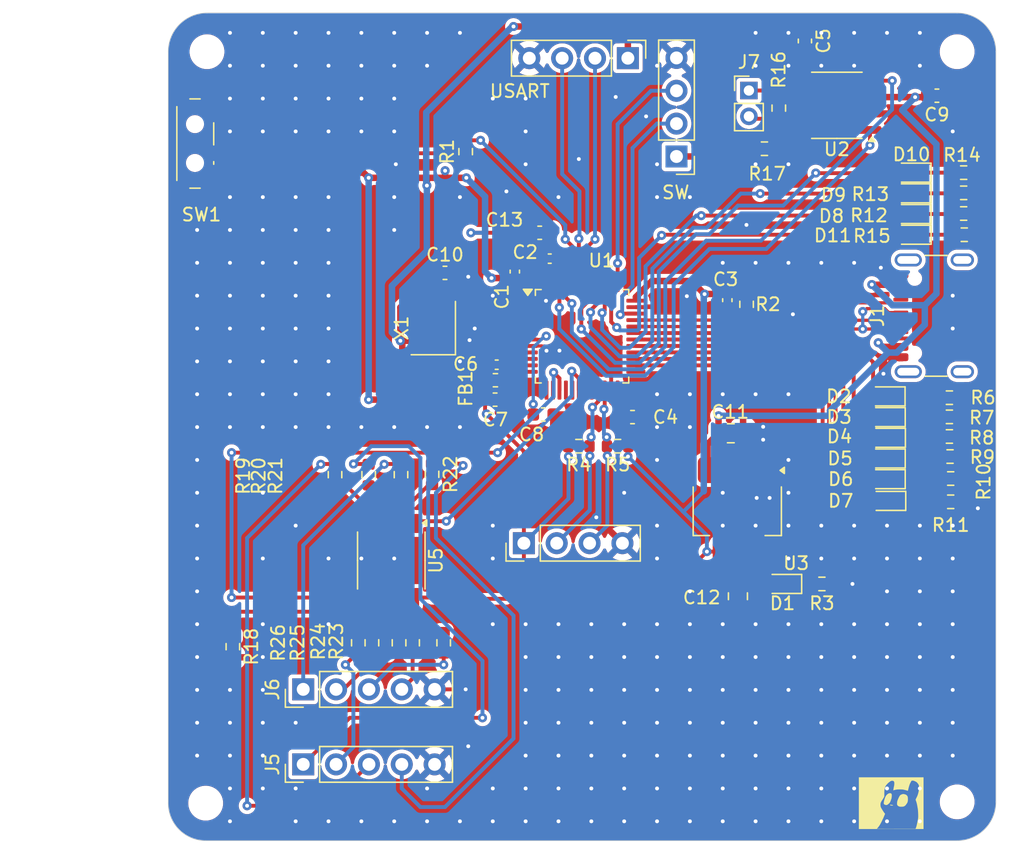
<source format=kicad_pcb>
(kicad_pcb (version 20241229) (generator "pcbnew") (generator_version "9.0")
  (layers (0 "F.Cu" signal) (2 "B.Cu" power) (13 "F.Paste" user) (15 "B.Paste" user) (5 "F.SilkS" user "F.Silkscreen") (7 "B.SilkS" user "B.Silkscreen") (1 "F.Mask" user) (3 "B.Mask" user) (25 "Edge.Cuts" user))
  (net 0 "")
  (net 1 "GND")
  (net 2 "+3.3V")
  (net 3 "+3.3VA")
  (net 4 "/NRST")
  (net 5 "/HSE_in")
  (net 7 "VBUS")
  (net 8 "/PWR_LED_K")
  (net 9 "/USB_D-")
  (net 10 "/USB_D+")
  (net 11 "/SWLCK")
  (net 12 "/SWDIO")
  (net 13 "/I2C2_SCL")
  (net 14 "/I2C2_SDA")
  (net 15 "/USART1_TX")
  (net 16 "/USART1_RX")
  (net 17 "/swboot")
  (net 18 "Net-(U1-BOOT0)")
  (net 22 "/PA10")
  (net 24 "/PA9")
  (net 27 "/R22_1")
  (net 32 "/PA8")
  (net 34 "/PB13")
  (net 35 "Net-(D2-K)")
  (net 36 "Net-(D3-K)")
  (net 37 "/PB14")
  (net 38 "/PB15")
  (net 39 "/PB3")
  (net 40 "Net-(D4-K)")
  (net 41 "Net-(D9-K)")
  (net 42 "Net-(D5-K)")
  (net 43 "/PB4")
  (net 44 "Net-(D6-K)")
  (net 45 "/PB5")
  (net 46 "Net-(D7-K)")
  (net 48 "Net-(D8-K)")
  (net 50 "Net-(D10-K)")
  (net 51 "/PA15")
  (net 52 "Net-(D11-K)")
  (net 53 "Net-(U2-STBY)")
  (net 54 "/PB8")
  (net 55 "/PB9")
  (net 56 "/SPI1_SCK")
  (net 57 "/PB0")
  (net 58 "Net-(J7-Pin_1)")
  (net 59 "Net-(J7-Pin_2)")
  (net 60 "Net-(U5-~{MR})")
  (net 61 "Net-(U5-Q3)")
  (net 62 "Net-(U5-Q2)")
  (net 63 "Net-(U5-Q1)")
  (net 64 "Net-(U5-Q0)")
  (net 65 "Net-(U5-Q7)")
  (net 66 "Net-(U5-Q6)")
  (net 67 "Net-(U5-Q5)")
  (net 68 "Net-(U5-Q4)")
  (net 78 "/R19_1")
  (net 79 "/R26_1")
  (net 80 "/R20_1")
  (net 81 "/R25_1")
  (net 82 "/R21_1")
  (net 83 "/R23_1")
  (net 84 "/R24_1")
  (footprint "Resistor_SMD:R_0603_1608Metric" (layer "F.Cu") (at 192.54375 77.65)
    (property "Reference" "R3")
    (property "Value" "1.5k" (hide yes))
  )
  (footprint "Connector_PinHeader_2.54mm:PinHeader_1x05_P2.54mm_Vertical" (layer "F.Cu") (at 152.44 91.6 90)
    (property "Reference" "J5")
    (property "Value" "Conn_01x05")
  )
  (footprint "Resistor_SMD:R_0603_1608Metric" (layer "F.Cu") (at 203.5025 47.41)
    (property "Reference" "R13")
    (property "Value" "1k5" (hide yes))
  )
  (footprint "LED_SMD:LED_0603_1608Metric" (layer "F.Cu") (at 189.49375 77.65 180)
    (property "Reference" "D1")
    (property "Value" "RED LED" (hide yes))
  )
  (footprint "Resistor_SMD:R_0603_1608Metric" (layer "F.Cu") (at 202.45 67.8)
    (property "Reference" "R9")
    (property "Value" "1k5")
  )
  (footprint "Resistor_SMD:R_0603_1608Metric" (layer "F.Cu") (at 188.1 44)
    (property "Reference" "R17")
    (property "Value" "1.5k" (hide yes))
  )
  (footprint "LED_SMD:LED_0603_1608Metric" (layer "F.Cu") (at 199.4925 45.85 180)
    (property "Reference" "D10")
    (property "Value" "RED LED" (hide yes))
  )
  (footprint "Capacitor_SMD:C_0603_1608Metric" (layer "F.Cu") (at 170.725 50.5)
    (property "Reference" "C13")
    (property "Value" "10u" (hide yes))
  )
  (footprint "Resistor_SMD:R_0603_1608Metric" (layer "F.Cu") (at 160 69.2 -90)
    (property "Reference" "R21")
    (property "Value" "1.5k" (hide yes))
  )
  (footprint "MountingHole:MountingHole_2.2mm_M2" (layer "F.Cu") (at 145 36.5)
    (property "Reference" "H2")
    (property "Value" "MountingHole")
  )
  (footprint "Capacitor_SMD:C_0402_1005Metric" (layer "F.Cu") (at 185.23 55.71 -90)
    (property "Reference" "C3")
    (property "Value" "100n" (hide yes))
  )
  (footprint "Package_SO:TSSOP-14_4.4x5mm_P0.65mm" (layer "F.Cu") (at 159.25 75.8375 -90)
    (property "Reference" "U5")
    (property "Value" "74HC164")
  )
  (footprint "Resistor_SMD:R_0603_1608Metric" (layer "F.Cu") (at 203.5025 45.85)
    (property "Reference" "R14")
    (property "Value" "1k5" (hide yes))
  )
  (footprint "Package_TO_SOT_SMD:SOT-223-3_TabPin2" (layer "F.Cu") (at 186 72 -90)
    (property "Reference" "U3")
    (property "Value" "AMS1117-3.3")
  )
  (footprint "LED_SMD:LED_0603_1608Metric" (layer "F.Cu") (at 197.5125 66.35 180)
    (property "Reference" "D4")
    (property "Value" "RED LED")
  )
  (footprint "Resistor_SMD:R_0603_1608Metric" (layer "F.Cu") (at 176.75 67 180)
    (property "Reference" "R5")
    (property "Value" "1k5" (hide yes))
  )
  (footprint "Resistor_SMD:R_0603_1608Metric" (layer "F.Cu") (at 202.4 63.25)
    (property "Reference" "R6")
    (property "Value" "1k5")
  )
  (footprint "Resistor_SMD:R_0603_1608Metric" (layer "F.Cu") (at 156.7 82.2 90)
    (property "Reference" "R26")
    (property "Value" "1.0k" (hide yes))
  )
  (footprint "Capacitor_SMD:C_0603_1608Metric" (layer "F.Cu") (at 191.23 35.67 -90)
    (property "Reference" "C5")
    (property "Value" "100n")
  )
  (footprint "Resistor_SMD:R_0603_1608Metric" (layer "F.Cu") (at 160.9 82.2 90)
    (property "Reference" "R24")
    (property "Value" "1.5k" (hide yes))
  )
  (footprint "Resistor_SMD:R_0603_1608Metric" (layer "F.Cu") (at 154.9 69.2 -90)
    (property "Reference" "R19")
    (property "Value" "1.5k" (hide yes))
  )
  (footprint "Capacitor_SMD:C_0603_1608Metric" (layer "F.Cu") (at 171 64.55)
    (property "Reference" "C8")
    (property "Value" "100n" (hide yes))
  )
  (footprint "Resistor_SMD:R_0603_1608Metric" (layer "F.Cu") (at 158.8 82.2 90)
    (property "Reference" "R25")
    (property "Value" "1.5k")
  )
  (footprint "Resistor_SMD:R_0603_1608Metric" (layer "F.Cu") (at 147 82.5 -90)
    (property "Reference" "R18")
    (property "Value" "1.5k")
  )
  (footprint "Capacitor_SMD:C_0402_1005Metric" (layer "F.Cu") (at 171.5 52.5)
    (property "Reference" "C2")
    (property "Value" "100n" (hide yes))
  )
  (footprint "Connector_PinHeader_2.54mm:PinHeader_1x04_P2.54mm_Vertical" (layer "F.Cu") (at 169.5 74.5 90)
    (property "Reference" "J3")
    (property "Value" "Conn_01x04_Pin")
  )
  (footprint "Resistor_SMD:R_0603_1608Metric" (layer "F.Cu") (at 173.75 67 180)
    (property "Reference" "R4")
    (property "Value" "1k5" (hide yes))
  )
  (footprint "Package_QFP:LQFP-48_7x7mm_P0.5mm" (layer "F.Cu") (at 174 58.5)
    (property "Reference" "U1")
    (property "Value" "STM32F103C8T6" (hide yes))
  )
  (footprint "Resistor_SMD:R_0603_1608Metric" (layer "F.Cu") (at 186.72 56.03 -90)
    (property "Reference" "R2")
    (property "Value" "R" (hide yes))
  )
  (footprint "Capacitor_SMD:C_0603_1608Metric" (layer "F.Cu") (at 201.435 39.9)
    (property "Reference" "C9")
    (property "Value" "100n" (hide yes))
  )
  (footprint "Capacitor_SMD:C_0603_1608Metric" (layer "F.Cu") (at 163.4 53.6)
    (property "Reference" "C10")
    (property "Value" "100n" (hide yes))
  )
  (footprint "Connector_PinHeader_2.00mm:PinHeader_1x02_P2.00mm_Vertical" (layer "F.Cu") (at 186.9 39.5)
    (property "Reference" "J7")
    (property "Value" "Conn_01x02_Pin")
  )
  (footprint "Resistor_SMD:R_0603_1608Metric" (layer "F.Cu") (at 163.3 82.2 90)
    (property "Reference" "R23")
    (property "Value" "1.5k")
  )
  (footprint "Capacitor_SMD:C_0402_1005Metric" (layer "F.Cu") (at 168.8 53.5 90)
    (property "Reference" "C1")
    (property "Value" "100n" (hide yes))
  )
  (footprint "Package_SO:SOIC-8_3.9x4.9mm_P1.27mm" (layer "F.Cu") (at 193.7 40.645 180)
    (property "Reference" "U2")
    (property "Value" "MCP2542FD")
  )
  (footprint "Resistor_SMD:R_0603_1608Metric" (layer "F.Cu") (at 165 44.225 90)
    (property "Reference" "R1")
    (property "Value" "10k")
  )
  (footprint "Connector_PinHeader_2.54mm:PinHeader_1x05_P2.54mm_Vertical" (layer "F.Cu") (at 152.44 85.8 90)
    (property "Reference" "J6")
    (property "Value" "Conn_01x05")
  )
  (footprint "Inductor_SMD:L_0603_1608Metric" (layer "F.Cu") (at 167.3 61.9)
    (property "Reference" "FB1")
    (property "Value" "130R" (hide yes))
  )
  (footprint "Crystal:Crystal_SMD_3225-4Pin_3.2x2.5mm" (layer "F.Cu") (at 162.5 57.87 90)
    (property "Reference" "X1")
    (property "Value" "OXETDLJANF-8MHZ")
  )
  (footprint "Connector_USB:USB_C_Receptacle_GCT_USB4105-xx-A_16P_TopMnt_Horizontal" (layer "F.Cu") (at 202.325 56.92 90)
    (property "Reference" "J1")
    (property "Value" "USB_C")
  )
  (footprint "Connector_PinHeader_2.54mm:PinHeader_1x04_P2.54mm_Vertical" (layer "F.Cu") (at 181.3 44.6 180)
    (property "Reference" "J2" (hide yes))
    (property "Value" "Conn_01x04_Pin" (hide yes))
  )
  (footprint "LED_SMD:LED_0603_1608Metric" (layer "F.Cu") (at 197.5 69.55 180)
    (property "Reference" "D6")
    (property "Value" "RED LED")
  )
  (footprint "LED_SMD:LED_0603_1608Metric" (layer "F.Cu") (at 199.5 50.65 180)
    (property "Reference" "D11")
    (property "Value" "RED LED" (hide yes))
  )
  (footprint "MountingHole:MountingHole_2.2mm_M2" (layer "F.Cu") (at 203 36.5)
    (property "Reference" "H1")
    (property "Value" "MountingHole" (hide yes))
  )
  (footprint "LED_SMD:LED_0603_1608Metric" (layer "F.Cu") (at 199.4925 47.45 180)
    (property "Reference" "D9")
    (property "Value" "RED LED")
  )
  (footprint "Resistor_SMD:R_0603_1608Metric" (layer "F.Cu") (at 189.21 40.86 90)
    (property "Reference" "R16")
    (property "Value" "120R" (hide yes))
  )
  (footprint "Capacitor_SMD:C_0402_1005Metric" (layer "F.Cu") (at 167.4 60.7 180)
    (property "Reference" "C6")
    (property "Value" "1u" (hide yes))
  )
  (footprint "Connector_PinHeader_2.54mm:PinHeader_1x04_P2.54mm_Vertical" (layer "F.Cu") (at 177.54 37 -90)
    (property "Reference" "J4" (hide yes))
    (property "Value" "Conn_01x04_Pin" (hide yes))
  )
  (footprint "Resistor_SMD:R_0603_1608Metric" (layer "F.Cu") (at 202.5 69.5)
    (property "Reference" "R10")
    (property "Value" "1k5")
  )
  (footprint "MountingHole:MountingHole_2.2mm_M2" (layer "F.Cu") (at 144.9 94.6)
    (property "Reference" "H4")
    (property "Value" "MountingHole")
  )
  (footprint "MountingHole:MountingHole_2.2mm_M2" (layer "F.Cu") (at 203 94.5)
    (property "Reference" "H3")
    (property "Value" "MountingHole")
  )
  (footprint "Capacitor_SMD:C_0805_2012Metric" (layer "F.Cu") (at 186.05 78.6 -90)
    (property "Reference" "C12")
    (property "Value" "22u" (hide yes))
  )
  (footprint "Capacitor_SMD:C_0603_1608Metric" (layer "F.Cu") (at 177.9 64.75 180)
    (property "Reference" "C4")
    (property "Value" "10u" (hide yes))
  )
  (footprint "Resistor_SMD:R_0603_1608Metric" (layer "F.Cu") (at 203.55 50.65)
    (property "Reference" "R15")
    (property "Value" "1k5")
  )
  (footprint "LED_SMD:LED_0603_1608Metric" (layer "F.Cu") (at 197.5 64.75 180)
    (property "Reference" "D3")
    (property "Value" "RED LED" (hide yes))
  )
  (footprint "LED_SMD:LED_0603_1608Metric" (layer "F.Cu") (at 197.54 71.23 180)
    (property "Reference" "D7")
    (property "Value" "RED LED")
  )
  (footprint "LED_SMD:LED_0603_1608Metric" (layer "F.Cu") (at 197.5 67.95 180)
    (property "Reference" "D5")
    (property "Value" "RED LED")
  )
  (footprint "Resistor_SMD:R_0603_1608Metric" (layer "F.Cu") (at 203.5025 49.01)
    (property "Reference" "R12")
    (property "Value" "1k5" (hide yes))
  )
  (footprint "Resistor_SMD:R_0603_1608Metric" (layer "F.Cu") (at 202.5 71.3)
    (property "Reference" "R11")
    (property "Value" "1k5")
  )
  (footprint "Resistor_SMD:R_0603_1608Metric" (layer "F.Cu") (at 202.4 64.73)
    (property "Reference" "R7")
    (property "Value" "1k5" (hide yes))
  )
  (footprint "Resistor_SMD:R_0603_1608Metric" (layer "F.Cu") (at 157.5 69.2 -90)
    (property "Reference" "R20")
    (property "Value" "1.5k" (hide yes))
  )
  (footprint "Capacitor_SMD:C_0603_1608Metric" (layer "F.Cu") (at 167.275 63.4)
    (property "Reference" "C7")
    (property "Value" "1u" (hide yes))
  )
  (footprint "LED_SMD:LED_0603_1608Metric" (layer "F.Cu") (at 197.4875 63.15 180)
    (property "Reference" "D2")
    (property "Value" "RED LED" (hide yes))
  )
  (footprint "Capacitor_SMD:C_0805_2012Metric" (layer "F.Cu") (at 185.5 66)
    (property "Reference" "C11")
    (property "Value" "22u" (hide yes))
  )
  (footprint "CustomSilkscreen.preety:scug silkscreen" (layer "F.Cu") (at 197.9 94.6)
    (property "Reference" "G***" (hide yes))
    (property "Value" "LOGO" (hide yes))
  )
  (footprint "Resistor_SMD:R_0603_1608Metric" (layer "F.Cu") (at 162.4 69.175 -90)
    (property "Reference" "R22")
    (property "Value" "1.5k")
  )
  (footprint "Button_Switch_SMD:SW_SPDT_PCM12" (layer "F.Cu") (at 144.4 43.6 -90)
    (property "Reference" "SW1")
    (property "Value" "SW_SPDT")
  )
  (footprint "Resistor_SMD:R_0603_1608Metric" (layer "F.Cu") (at 202.4 66.25)
    (property "Reference" "R8")
    (property "Value" "1k5")
  )
  (footprint "LED_SMD:LED_0603_1608Metric" (layer "F.Cu") (at 199.4925 49.05 180)
    (property "Reference" "D8")
    (property "Value" "RED LED" (hide yes))
  )
  (gr_line (start 203 33.5) (end 145 33.5) (stroke (width 0.05)) (layer "Edge.Cuts"))
  (gr_line (start 206 94.5) (end 206 36.5) (stroke (width 0.05)) (layer "Edge.Cuts"))
  (gr_arc (start 142 36.5) (mid 142.87868 34.37868) (end 145 33.5) (stroke (width 0.05)) (layer "Edge.Cuts"))
  (gr_arc (start 203 33.5) (mid 205.12132 34.37868) (end 206 36.5) (stroke (width 0.05)) (layer "Edge.Cuts"))
  (gr_arc (start 144.9 97.5) (mid 142.84939 96.65061) (end 142 94.6) (stroke (width 0.05)) (layer "Edge.Cuts"))
  (gr_line (start 142 36.5) (end 142 94.6) (stroke (width 0.05)) (layer "Edge.Cuts"))
  (gr_arc (start 206 94.5) (mid 205.12132 96.62132) (end 203 97.5) (stroke (width 0.05)) (layer "Edge.Cuts"))
  (gr_line (start 144.9 97.5) (end 203 97.5) (stroke (width 0.05)) (layer "Edge.Cuts"))
  (gr_text "USART" (at 169.18 39.55 0) (layer "F.SilkS") (effects (font (size 1 1))))
  (gr_text "SW" (at 181.24 47.38 0) (layer "F.SilkS") (effects (font (size 1 1))))
  (segment (start 164.9 53.6) (end 165.2 53.9) (width 0.3) (layer "F.Cu") (net 1))
  (segment (start 165.7 57.9) (end 165.6 57.9) (width 0.3) (layer "F.Cu") (net 1))
  (segment (start 164.47 56.77) (end 163.35 56.77) (width 0.3) (layer "F.Cu") (net 1))
  (segment (start 165.3 58.8) (end 165 58.5) (width 0.3) (layer "F.Cu") (net 1))
  (segment (start 197.62 53.72) (end 198.645 53.72) (width 0.3) (layer "F.Cu") (net 1))
  (segment (start 197.1 53.2) (end 197.62 53.72) (width 0.3) (layer "F.Cu") (net 1))
  (segment (start 167.706834 59.25) (end 169.8375 59.25) (width 0.25) (layer "F.Cu") (net 1))
  (segment (start 203.325 71.3) (end 204.1 71.3) (width 0.3) (layer "F.Cu") (net 1))
  (segment (start 179.12 56.19) (end 185.23 56.19) (width 0.3) (layer "F.Cu") (net 1))
  (segment (start 198.18 60.12) (end 197.3 61) (width 0.3) (layer "F.Cu") (net 1))
  (segment (start 170.88 59.25) (end 171.25 59.62) (width 0.25) (layer "F.Cu") (net 1))
  (segment (start 198.645 60.12) (end 198.58 60.12) (width 0.3) (layer "F.Cu") (net 1))
  (segment (start 174.85 59.61) (end 176.23 60.99) (width 0.3) (layer "F.Cu") (net 1))
  (segment (start 171.5 51.04) (end 171.5 50.5) (width 0.3) (layer "F.Cu") (net 1))
  (segment (start 162.6 91.6) (end 164 90.2) (width 0.5) (layer "F.Cu") (net 1))
  (segment (start 171.98 52.5) (end 171.98 51.52) (width 0.3) (layer "F.Cu") (net 1))
  (segment (start 169.8375 59.25) (end 170.88 59.25) (width 0.25) (layer "F.Cu") (net 1))
  (segment (start 165 57.3) (end 164.47 56.77) (width 0.3) (layer "F.Cu") (net 1))
  (segment (start 193.36875 77.65) (end 194.90625 77.65) (width 0.3) (layer "F.Cu") (net 1))
  (segment (start 172 51.5) (end 171.96 51.5) (width 0.3) (layer "F.Cu") (net 1))
  (segment (start 176.23 60.99) (end 176.25 60.99) (width 0.3) (layer "F.Cu") (net 1))
  (segment (start 171.75 54.3375) (end 171.75 52.73) (width 0.25) (layer "F.Cu") (net 1))
  (segment (start 176.25 62.6625) (end 176.25 60.99) (width 0.3) (layer "F.Cu") (net 1))
  (segment (start 171.75 52.73) (end 171.98 52.5) (width 0.25) (layer "F.Cu") (net 1))
  (segment (start 198.645 60.12) (end 198.18 60.12) (width 0.3) (layer "F.Cu") (net 1))
  (segment (start 166.92 60.7) (end 166.92 60.036834) (width 0.25) (layer "F.Cu") (net 1))
  (segment (start 179.06 56.25) (end 179.12 56.19) (width 0.3) (layer "F.Cu") (net 1))
  (segment (start 164 90.2) (end 165.2 90.2) (width 0.5) (layer "F.Cu") (net 1))
  (segment (start 166.92 60.036834) (end 167.706834 59.25) (width 0.25) (layer "F.Cu") (net 1))
  (segment (start 165.6 57.9) (end 165 57.3) (width 0.3) (layer "F.Cu") (net 1))
  (segment (start 174.85 59.61) (end 172.25 59.61) (width 0.3) (layer "F.Cu") (net 1))
  (segment (start 162.6 85.8) (end 165 85.8) (width 0.3) (layer "F.Cu") (net 1))
  (segment (start 164.175 53.6) (end 164.9 53.6) (width 0.3) (layer "F.Cu") (net 1))
  (segment (start 171.96 51.5) (end 171.5 51.04) (width 0.3) (layer "F.Cu") (net 1))
  (segment (start 171.75 55.22) (end 171.21 55.76) (width 0.25) (layer "F.Cu") (net 1))
  (segment (start 176.25 63.633521) (end 176.25 62.6625) (width 0.3) (layer "F.Cu") (net 1))
  (segment (start 171.98 51.52) (end 172 51.5) (width 0.3) (layer "F.Cu") (net 1))
  (segment (start 204.1 71.3) (end 204.6 71.8) (width 0.3) (layer "F.Cu") (net 1))
  (segment (start 197.3 61) (end 197.3 61.4) (width 0.3) (layer "F.Cu") (net 1))
  (segment (start 177.125 64.508521) (end 176.25 63.633521) (width 0.3) (layer "F.Cu") (net 1))
  (segment (start 178.1625 56.25) (end 179.06 56.25) (width 0.3) (layer "F.Cu") (net 1))
  (segment (start 165 58.5) (end 165 57.3) (width 0.3) (layer "F.Cu") (net 1))
  (segment (start 177.125 64.75) (end 177.125 64.508521) (width 0.3) (layer "F.Cu") (net 1))
  (segment (start 171.75 54.3375) (end 171.75 55.22) (width 0.25) (layer "F.Cu") (net 1))
  (via (at 154.39619 57.90175) (size 0.7) (drill 0.3) (layers "F.Cu" "B.Cu") (net 1))
  (via (at 200.11619 96.00175) (size 0.7) (drill 0.3) (layers "F.Cu" "B.Cu") (net 1))
  (via (at 144.23619 57.90175) (size 0.7) (drill 0.3) (layers "F.Cu" "B.Cu") (net 1))
  (via (at 167.09619 73.14175) (size 0.7) (drill 0.3) (layers "F.Cu" "B.Cu") (net 1))
  (via (at 182.33619 65.52175) (size 0.7) (drill 0.3) (layers "F.Cu" "B.Cu") (net 1))
  (via (at 174.71619 88.38175) (size 0.7) (drill 0.3) (layers "F.Cu" "B.Cu") (net 1))
  (via (at 197.57619 85.84175) (size 0.7) (drill 0.3) (layers "F.Cu" "B.Cu") (net 1))
  (via (at 202.65619 42.66175) (size 0.7) (drill 0.3) (layers "F.Cu" "B.Cu") (net 1))
  (via (at 154.39619 42.66175) (size 0.7) (drill 0.3) (layers "F.Cu" "B.Cu") (net 1))
  (via (at 197.57619 78.22175) (size 0.7) (drill 0.3) (layers "F.Cu" "B.Cu") (net 1))
  (via (at 156.93619 75.68175) (size 0.7) (drill 0.3) (layers "F.Cu" "B.Cu") (net 1))
  (via (at 189.95619 37.58175) (size 0.7) (drill 0.3) (layers "F.Cu" "B.Cu") (net 1))
  (via (at 146.77619 47.74175) (size 0.7) (drill 0.3) (layers "F.Cu" "B.Cu") (net 1))
  (via (at 179.79619 80.76175) (size 0.7) (drill 0.3) (layers "F.Cu" "B.Cu") (net 1))
  (via (at 144.23619 62.98175) (size 0.7) (drill 0.3) (layers "F.Cu" "B.Cu") (net 1))
  (via (at 189.95619 35.04175) (size 0.7) (drill 0.3) (layers "F.Cu" "B.Cu") (net 1))
  (via (at 197.57619 83.30175) (size 0.7) (drill 0.3) (layers "F.Cu" "B.Cu") (net 1))
  (via (at 159.47619 42.66175) (size 0.7) (drill 0.3) (layers "F.Cu" "B.Cu") (net 1))
  (via (at 184.87619 93.46175) (size 0.7) (drill 0.3) (layers "F.Cu" "B.Cu") (net 1))
  (via (at 202.65619 75.68175) (size 0.7) (drill 0.3) (layers "F.Cu" "B.Cu") (net 1))
  (via (at 159.47619 96.00175) (size 0.7) (drill 0.3) (layers "F.Cu" "B.Cu") (net 1))
  (via (at 195.03619 85.84175) (size 0.7) (drill 0.3) (layers "F.Cu" "B.Cu") (net 1))
  (via (at 162.01619 37.58175) (size 0.7) (drill 0.3) (layers "F.Cu" "B.Cu") (net 1))
  (via (at 146.77619 57.90175) (size 0.7) (drill 0.3) (layers "F.Cu" "B.Cu") (net 1))
  (via (at 144.23619 88.38175) (size 0.7) (drill 0.3) (layers "F.Cu" "B.Cu") (net 1))
  (via (at 202.65619 73.14175) (size 0.7) (drill 0.3) (layers "F.Cu" "B.Cu") (net 1))
  (via (at 156.93619 42.66175) (size 0.7) (drill 0.3) (layers "F.Cu" "B.Cu") (net 1))
  (via (at 167.09619 55.36175) (size 0.7) (drill 0.3) (layers "F.Cu" "B.Cu") (net 1))
  (via (at 146.77619 37.58175) (size 0.7) (drill 0.3) (layers "F.Cu" "B.Cu") (net 1))
  (via (at 192.49619 37.58175) (size 0.7) (drill 0.3) (layers "F.Cu" "B.Cu") (net 1))
  (via (at 174.71619 83.30175) (size 0.7) (drill 0.3) (layers "F.Cu" "B.Cu") (net 1))
  (via (at 179.79619 37.58175) (size 0.7) (drill 0.3) (layers "F.Cu" "B.Cu") (net 1))
  (via (at 200.11619 85.84175) (size 0.7) (drill 0.3) (layers "F.Cu" "B.Cu") (net 1))
  (via (at 149.31619 65.52175) (size 0.7) (drill 0.3) (layers "F.Cu" "B.Cu") (net 1))
  (via (at 172.17619 85.84175) (size 0.7) (drill 0.3) (layers "F.Cu" "B.Cu") (net 1))
  (via (at 195.03619 90.92175) (size 0.7) (drill 0.3) (layers "F.Cu" "B.Cu") (net 1))
  (via (at 174.71619 93.46175) (size 0.7) (drill 0.3) (layers "F.Cu" "B.Cu") (net 1))
  (via (at 176.6 40) (size 0.7) (drill 0.3) (layers "F.Cu" "B.Cu") (net 1))
  (via (at 159.47619 47.74175) (size 0.7) (drill 0.3) (layers "F.Cu" "B.Cu") (net 1))
  (via (at 178.95 41.5) (size 0.7) (drill 0.3) (layers "F.Cu" "B.Cu") (net 1))
  (via (at 177.25619 83.30175) (size 0.7) (drill 0.3) (layers "F.Cu" "B.Cu") (net 1))
  (via (at 177.25619 85.84175) (size 0.7) (drill 0.3) (layers "F.Cu" "B.Cu") (net 1))
  (via (at 189.95619 83.30175) (size 0.7) (drill 0.3) (layers "F.Cu" "B.Cu") (net 1))
  (via (at 144.23619 65.52175) (size 0.7) (drill 0.3) (layers "F.Cu" "B.Cu") (net 1))
  (via (at 154.39619 65.52175) (size 0.7) (drill 0.3) (layers "F.Cu" "B.Cu") (net 1))
  (via (at 192.49619 90.92175) (size 0.7) (drill 0.3) (layers "F.Cu" "B.Cu") (net 1))
  (via (at 159.47619 50.28175) (size 0.7) (drill 0.3) (layers "F.Cu" "B.Cu") (net 1))
  (via (at 151.85619 65.52175) (size 0.7) (drill 0.3) (layers "F.Cu" "B.Cu") (net 1))
  (via (at 187.41619 62.98175) (size 0.7) (drill 0.3) (layers "F.Cu" "B.Cu") (net 1))
  (via (at 192.49619 35.04175) (size 0.7) (drill 0.3) (layers "F.Cu" "B.Cu") (net 1))
  (via (at 167.09619 93.46175) (size 0.7) (drill 0.3) (layers "F.Cu" "B.Cu") (net 1))
  (via (at 184.87619 88.38175) (size 0.7) (drill 0.3) (layers "F.Cu" "B.Cu") (net 1))
  (via (at 174.71619 80.76175) (size 0.7) (drill 0.3) (layers "F.Cu" "B.Cu") (net 1))
  (via (at 200.11619 88.38175) (size 0.7) (drill 0.3) (layers "F.Cu" "B.Cu") (net 1))
  (via (at 184.87619 85.84175) (size 0.7) (drill 0.3) (layers "F.Cu" "B.Cu") (net 1))
  (via (at 187.41619 80.76175) (size 0.7) (drill 0.3) (layers "F.Cu" "B.Cu") (net 1))
  (via (at 202.65619 78.22175) (size 0.7) (drill 0.3) (layers "F.Cu" "B.Cu") (net 1))
  (via (at 144.23619 68.06175) (size 0.7) (drill 0.3) (layers "F.Cu" "B.Cu") (net 1))
  (via (at 146.77619 60.44175) (size 0.7) (drill 0.3) (layers "F.Cu" "B.Cu") (net 1))
  (via (at 182.33619 96.00175) (size 0.7) (drill 0.3) (layers "F.Cu" "B.Cu") (net 1))
  (via (at 159.47619 65.52175) (size 0.7) (drill 0.3) (layers "F.Cu" "B.Cu") (net 1))
  (via (at 189.95619 85.84175) (size 0.7) (drill 0.3) (layers "F.Cu" "B.Cu") (net 1))
  (via (at 151.85619 93.46175) (size 0.7) (drill 0.3) (layers "F.Cu" "B.Cu") (net 1))
  (via (at 167.09619 96.00175) (size 0.7) (drill 0.3) (layers "F.Cu" "B.Cu") (net 1))
  (via (at 159.47619 40.12175) (size 0.7) (drill 0.3) (layers "F.Cu" "B.Cu") (net 1))
  (via (at 184.87619 62.98175) (size 0.7) (drill 0.3) (layers "F.Cu" "B.Cu") (net 1))
  (via (at 195.03619 75.68175) (size 0.7) (drill 0.3) (layers "F.Cu" "B.Cu") (net 1))
  (via (at 200.11619 90.92175) (size 0.7) (drill 0.3) (layers "F.Cu" "B.Cu") (net 1))
  (via (at 189.95619 93.46175) (size 0.7) (drill 0.3) (layers "F.Cu" "B.Cu") (net 1))
  (via (at 190.3 56.8) (size 0.7) (drill 0.3) (layers "F.Cu" "B.Cu") (net 1))
  (via (at 162.01619 65.52175) (size 0.7) (drill 0.3) (layers "F.Cu" "B.Cu") (net 1))
  (via (at 149.31619 42.66175) (size 0.7) (drill 0.3) (layers "F.Cu" "B.Cu") (net 1))
  (via (at 172.17619 96.00175) (size 0.7) (drill 0.3) (layers "F.Cu" "B.Cu") (net 1))
  (via (at 144.23619 80.76175) (size 0.7) (drill 0.3) (layers "F.Cu" "B.Cu") (net 1))
  (via (at 149.31619 55.36175) (size 0.7) (drill 0.3) (layers "F.Cu" "B.Cu") (net 1))
  (via (at 179.79619 85.84175) (size 0.7) (drill 0.3) (layers "F.Cu" "B.Cu") (net 1))
  (via (at 197.57619 75.68175) (size 0.7) (drill 0.3) (layers "F.Cu" "B.Cu") (net 1))
  (via (at 182.33619 85.84175) (size 0.7) (drill 0.3) (layers "F.Cu" "B.Cu") (net 1))
  (via (at 144.23619 90.92175) (size 0.7) (drill 0.3) (layers "F.Cu" "B.Cu") (net 1))
  (via (at 195.03619 93.46175) (size 0.7) (drill 0.3) (layers "F.Cu" "B.Cu") (net 1))
  (via (at 189.95619 73.14175) (size 0.7) (drill 0.3) (layers "F.Cu" "B.Cu") (net 1))
  (via (at 187.41619 93.46175) (size 0.7) (drill 0.3) (layers "F.Cu" "B.Cu") (net 1))
  (via (at 182.33619 78.22175) (size 0.7) (drill 0.3) (layers "F.Cu" "B.Cu") (net 1))
  (via (at 154.39619 52.82175) (size 0.7) (drill 0.3) (layers "F.Cu" "B.Cu") (net 1))
  (via (at 159.47619 75.68175) (size 0.7) (drill 0.3) (layers "F.Cu" "B.Cu") (net 1))
  (via (at 165 85.8) (size 0.7) (drill 0.3) (layers "F.Cu" "B.Cu") (net 1))
  (via (at 159.6 45.2) (size 0.7) (drill 0.3) (layers "F.Cu" "B.Cu") (net 1))
  (via (at 174.71619 96.00175) (size 0.7) (drill 0.3) (layers "F.Cu" "B.Cu") (net 1))
  (via (at 200.11619 80.76175) (size 0.7) (drill 0.3) (layers "F.Cu" "B.Cu") (net 1))
  (via (at 197.1 53.2) (size 0.7) (drill 0.3) (layers "F.Cu" "B.Cu") (net 1))
  (via (at 149.31619 50.28175) (size 0.7) (drill 0.3) (layers "F.Cu" "B.Cu") (net 1))
  (via (at 187.41619 37.58175) (size 0.7) (drill 0.3) (layers "F.Cu" "B.Cu") (net 1))
  (via (at 192.49619 73.14175) (size 0.7) (drill 0.3) (layers "F.Cu" "B.Cu") (net 1))
  (via (at 192.49619 93.46175) (size 0.7) (drill 0.3) (layers "F.Cu" "B.Cu") (net 1))
  (via (at 197.57619 96.00175) (size 0.7) (drill 0.3) (layers "F.Cu" "B.Cu") (net 1))
  (via (at 144.23619 85.84175) (size 0.7) (drill 0.3) (layers "F.Cu" "B.Cu") (net 1))
  (via (at 164.55619 35.04175) (size 0.7) (drill 0.3) (layers "F.Cu" "B.Cu") (net 1))
  (via (at 192.49619 85.84175) (size 0.7) (drill 0.3) (layers "F.Cu" "B.Cu") (net 1))
  (via (at 171.21 55.76) (size 0.7) (drill 0.3) (layers "F.Cu" "B.Cu") (net 1))
  (via (at 169.63619 85.84175) (size 0.7) (drill 0.3) (layers "F.Cu" "B.Cu") (net 1))
  (via (at 151.85619 55.36175) (size 0.7) (drill 0.3) (layers "F.Cu" "B.Cu") (net 1))
  (via (at 146.77619 42.66175) (size 0.7) (drill 0.3) (layers "F.Cu" "B.Cu") (net 1))
  (via (at 182.33619 80.76175) (size 0.7) (drill 0.3) (layers "F.Cu" "B.Cu") (net 1))
  (via (at 154.39619 40.12175) (size 0.7) (drill 0.3) (layers "F.Cu" "B.Cu") (net 1))
  (via (at 151.85619 50.28175) (size 0.7) (drill 0.3) (layers "F.Cu" "B.Cu") (net 1))
  (via (at 146.77619 40.12175) (size 0.7) (drill 0.3) (layers "F.Cu" "B.Cu") (net 1))
  (via (at 146.77619 55.36175) (size 0.7) (drill 0.3) (layers "F.Cu" "B.Cu") (net 1))
  (via (at 172.17619 90.92175) (size 0.7) (drill 0.3) (layers "F.Cu" "B.Cu") (net 1))
  (via (at 177.25619 93.46175) (size 0.7) (drill 0.3) (layers "F.Cu" "B.Cu") (net 1))
  (via (at 197.57619 93.46175) (size 0.7) (drill 0.3) (layers "F.Cu" "B.Cu") (net 1))
  (via (at 165.2 53.9) (size 0.7) (drill 0.3) (layers "F.Cu" "B.Cu") (net 1))
  (via (at 167.09619 80.76175) (size 0.7) (drill 0.3) (layers "F.Cu" "B.Cu") (net 1))
  (via (at 149.31619 37.58175) (size 0.7) (drill 0.3) (layers "F.Cu" "B.Cu") (net 1))
  (via (at 159.47619 37.58175) (size 0.7) (drill 0.3) (layers "F.Cu" "B.Cu") (net 1))
  (via (at 172.17619 80.76175) (size 0.7) (drill 0.3) (layers "F.Cu" "B.Cu") (net 1))
  (via (at 146.77619 65.52175) (size 0.7) (drill 0.3) (layers "F.Cu" "B.Cu") (net 1))
  (via (at 202.65619 55.36175) (size 0.7) (drill 0.3) (layers "F.Cu" "B.Cu") (net 1))
  (via (at 179.79619 96.00175) (size 0.7) (drill 0.3) (layers "F.Cu" "B.Cu") (net 1))
  (via (at 179.79619 90.92175) (size 0.7) (drill 0.3) (layers "F.Cu" "B.Cu") (net 1))
  (via (at 202.65619 90.92175) (size 0.7) (drill 0.3) (layers "F.Cu" "B.Cu") (net 1))
  (via (at 182.33619 90.92175) (size 0.7) (drill 0.3) (layers "F.Cu" "B.Cu") (net 1))
  (via (at 144.23619 75.68175) (size 0.7) (drill 0.3) (layers "F.Cu" "B.Cu") (net 1))
  (via (at 168.15 47.3) (size 0.7) (drill 0.3) (layers "F.Cu" "B.Cu") (net 1))
  (via (at 188 65.5) (size 0.7) (drill 0.3) (layers "F.Cu" "B.Cu") (net 1))
  (via (at 192.49619 80.76175) (size 0.7) (drill 0.3) (layers "F.Cu" "B.Cu") (net 1))
  (via (at 182.33619 62.98175) (size 0.7) (drill 0.3) (layers "F.Cu" "B.Cu") (net 1))
  (via (at 182.33619 47.74175) (size 0.7) (drill 0.3) (layers "F.Cu" "B.Cu") (net 1))
  (via (at 146.77619 90.92175) (size 0.7) (drill 0.3) (layers "F.Cu" "B.Cu") (net 1))
  (via (at 192.49619 88.38175) (size 0.7) (drill 0.3) (layers "F.Cu" "B.Cu") (net 1))
  (via (at 144.23619 52.82175) (size 0.7) (drill 0.3) (layers "F.Cu" "B.Cu") (net 1))
  (via (at 200.11619 75.68175) (size 0.7) (drill 0.3) (layers "F.Cu" "B.Cu") (net 1))
  (via (at 189.95619 62.98175) (size 0.7) (drill 0.3) (layers "F.Cu" "B.Cu") (net 1))
  (via (at 144.23619 50.28175) (size 0.7) (drill 0.3) (layers "F.Cu" "B.Cu") (net 1))
  (via (at 184.87619 90.92175) (size 0.7) (drill 0.3) (layers "F.Cu" "B.Cu") (net 1))
  (via (at 187.41619 52.82175) (size 0.7) (drill 0.3) (layers "F.Cu" "B.Cu") (net 1))
  (via (at 187.41619 35.04175) (size 0.7) (drill 0.3) (layers "F.Cu" "B.Cu") (net 1))
  (via (at 165.3 58.8) (size 0.7) (drill 0.3) (layers "F.Cu" "B.Cu") (net 1))
  (via (at 177.25619 90.92175) (size 0.7) (drill 0.3) (layers "F.Cu" "B.Cu") (net 1))
  (via (at 187.41619 85.84175) (size 0.7) (drill 0.3) (layers "F.Cu" "B.Cu") (net 1))
  (via (at 144.23619 70.60175) (size 0.7) (drill 0.3) (layers "F.Cu" "B.Cu") (net 1))
  (via (at 144.23619 73.14175) (size 0.7) (drill 0.3) (layers "F.Cu" "B.Cu") (net 1))
  (via (at 169.63619 80.76175) (size 0.7) (drill 0.3) (layers "F.Cu" "B.Cu") (net 1))
  (via (at 179.79619 65.52175) (size 0.7) (drill 0.3) (layers "F.Cu" "B.Cu") (net 1))
  (via (at 149.31619 70.60175) (size 0.7) (drill 0.3) (layers "F.Cu" "B.Cu") (net 1))
  (via (at 187.41619 73.14175) (size 0.7) (drill 0.3) (layers "F.Cu" "B.Cu") (net 1))
  (via (at 194.90625 77.65) (size 0.7) (drill 0.3) (layers "F.Cu" "B.Cu") (net 1))
  (via (at 187.5 71) (size 0.7) (drill 0.3) (layers "F.Cu" "B.Cu") (net 1))
  (via (at 154.39619 80.76175) (size 0.7) (drill 0.3) (layers "F.Cu" "B.Cu") (net 1))
  (via (at 164.55619 65.52175) (size 0.7) (drill 0.3) (layers "F.Cu" "B.Cu") (net 1))
  (via (at 164.55619 60.44175) (size 0.7) (drill 0.3) (layers "F.Cu" "B.Cu") (net 1))
  (via (at 179.79619 62.98175) (size 0.7) (drill 0.3) (layers "F.Cu" "B.Cu") (net 1))
  (via (at 151.85619 40.12175) (size 0.7) (drill 0.3) (layers "F.Cu" "B.Cu") (net 1))
  (via (at 146.77619 85.84175) (size 0.7) (drill 0.3) (layers "F.Cu" "B.Cu") (net 1))
  (via (at 189.95619 52.82175) (size 0.7) (drill 0.3) (layers "F.Cu" "B.Cu") (net 1))
  (via (at 182.33619 83.30175) (size 0.7) (drill 0.3) (layers "F.Cu" "B.Cu") (net 1))
  (via (at 186.71 49.89) (size 0.7) (drill 0.3) (layers "F.Cu" "B.Cu") (net 1))
  (via (at 192.49619 96.00175) (size 0.7) (drill 0.3) (layers "F.Cu" "B.Cu") (net 1))
  (via (at 179.79619 47.74175) (size 0.7) (drill 0.3) (layers "F.Cu" "B.Cu") (net 1))
  (via (at 172.17619 88.38175) (size 0.7) (drill 0.3) (layers "F.Cu" "B.Cu") (net 1))
  (via (at 156.93619 37.58175) (size 0.7) (drill 0.3) (layers "F.Cu" "B.Cu") (net 1))
  (via (at 169.63619 83.30175) (size 0.7) (drill 0.3) (layers "F.Cu" "B.Cu") (net 1))
  (via (at 202.65619 88.38175) (size 0.7) (drill 0.3) (layers "F.Cu" "B.Cu") (net 1))
  (via (at 200.11619 35.04175) (size 0.7) (drill 0.3) (layers "F.Cu" "B.Cu") (net 1))
  (via (at 189.95619 90.92175) (size 0.7) (drill 0.3) (layers "F.Cu" "B.Cu") (net 1))
  (via (at 146.77619 88.38175) (size 0.7) (drill 0.3) (layers "F.Cu" "B.Cu") (net 1))
  (via (at 189.95619 75.68175) (size 0.7) (drill 0.3) (layers "F.Cu" "B.Cu") (net 1))
  (via (at 182.33619 93.46175) (size 0.7) (drill 0.3) (layers "F.Cu" "B.Cu") (net 1))
  (via (at 189.95619 88.38175) (size 0.7) (drill 0.3) (layers "F.Cu" "B.Cu") (net 1))
  (via (at 146.77619 96.00175) (size 0.7) (drill 0.3) (layers "F.Cu" "B.Cu") (net 1))
  (via (at 154.39619 35.04175) (size 0.7) (drill 0.3) (layers "F.Cu" "B.Cu") (net 1))
  (via (at 151.85619 60.44175) (size 0.7) (drill 0.3) (layers "F.Cu" "B.Cu") (net 1))
  (via (at 179.79619 68.06175) (size 0.7) (drill 0.3) (layers "F.Cu" "B.Cu") (net 1))
  (via (at 179.79619 45.20175) (size 0.7) (drill 0.3) (layers "F.Cu" "B.Cu") (net 1))
  (via (at 149.31619 52.82175) (size 0.7) (drill 0.3) (layers "F.Cu" "B.Cu") (net 1))
  (via (at 169.63619 42.66175) (size 0.7) (drill 0.3) (layers "F.Cu" "B.Cu") (net 1))
  (via (at 189.95619 80.76175) (size 0.7) (drill 0.3) (layers "F.Cu" "B.Cu") (net 1))
  (via (at 172.25 59.61) (size 0.7) (drill 0.3) (layers "F.Cu" "B.Cu") (net 1))
  (via (at 179.79619 83.30175) (size 0.7) (drill 0.3) (layers "F.Cu" "B.Cu") (net 1))
  (via (at 151.85619 62.98175) (size 0.7) (drill 0.3) (layers "F.Cu" "B.Cu") (net 1))
  (via (at 202.65619 83.30175) (size 0.7) (drill 0.3) (layers "F.Cu" "B.Cu") (net 1))
  (via (at 165.2 90.2) (size 0.7) (drill 0.3) (layers "F.Cu" "B.Cu") (net 1))
  (via (at 202.65619 85.84175) (size 0.7) (drill 0.3) (layers "F.Cu" "B.Cu") (net 1))
  (via (at 172.17619 93.46175) (size 0.7) (drill 0.3) (layers "F.Cu" "B.Cu") (net 1))
  (via (at 172.17619 47.74175) (size 0.7) (drill 0.3) (layers "F.Cu" "B.Cu") (net 1))
  (via (at 174.71619 85.84175) (size 0.7) (drill 0.3) (layers "F.Cu" "B.Cu") (net 1))
  (via (at 174.71619 90.92175) (size 0.7) (drill 0.3) (layers "F.Cu" "B.Cu") (net 1))
  (via (at 179.79619 93.46175) (size 0.7) (drill 0.3) (layers "F.Cu" "B.Cu") (net 1))
  (via (at 159.47619 35.04175) (size 0.7) (drill 0.3) (layers "F.Cu" "B.Cu") (net 1))
  (via (at 149.31619 40.12175) (size 0.7) (drill 0.3) (layers "F.Cu" "B.Cu") (net 1))
  (via (at 177.25619 80.76175) (size 0.7) (drill 0.3) (layers "F.Cu" "B.Cu") (net 1))
  (via (at 195.03619 52.82175) (size 0.7) (drill 0.3) (layers "F.Cu" "B.Cu") (net 1))
  (via (at 182.1 55.4) (size 0.7) (drill 0.3) (layers "F.Cu" "B.Cu") (net 1))
  (via (at 187.41619 45.20175) (size 0.7) (drill 0.3) (layers "F.Cu" "B.Cu") (net 1))
  (via (at 197.3 61.4) (size 0.7) (drill 0.3) (layers "F.Cu" "B.Cu") (net 1))
  (via (at 195.03619 37.58175) (size 0.7) (drill 0.3) (layers "F.Cu" "B.Cu") (net 1))
  (via (at 151.85619 37.58175) (size 0.7) (drill 0.3) (layers "F.Cu" "B.Cu") (net 1))
  (via (at 187.41619 96.00175) (size 0.7) (drill 0.3) (layers "F.Cu" "B.Cu") (net 1))
  (via (at 179.79619 73.14175) (size 0.7) (drill 0.3) (layers "F.Cu" "B.Cu") (net 1))
  (via (at 182.33619 88.38175) (size 0.7) (drill 0.3) (layers "F.Cu" "B.Cu") (net 1))
  (via (at 195.03619 88.38175) (size 0.7) (drill 0.3) (layers "F.Cu" "B.Cu") (net 1))
  (via (at 204.6 71.8) (size 0.7) (drill 0.3) (layers "F.Cu" "B.Cu") (net 1))
  (via (at 184.87619 73.14175) (size 0.7) (drill 0.3) (layers "F.Cu" "B.Cu") (net 1))
  (via (at 149.31619 62.98175) (size 0.7) (drill 0.3) (layers "F.Cu" "B.Cu") (net 1))
  (via (at 149.31619 83.30175) (size 0.7) (drill 0.3) (layers "F.Cu" "B.Cu") (net 1))
  (via (at 195.03619 73.14175) (size 0.7) (drill 0.3) (layers "F.Cu" "B.Cu") (net 1))
  (via (at 149.31619 93.46175) (size 0.7) (drill 0.3) (layers "F.Cu" "B.Cu") (net 1))
  (via (at 144.23619 55.36175) (size 0.7) (drill 0.3) (layers "F.Cu" "B.Cu") (net 1))
  (via (at 151.85619 57.90175) (size 0.7) (drill 0.3) (layers "F.Cu" "B.Cu") (net 1))
  (via (at 144.23619 60.44175) (size 0.7) (drill 0.3) (layers "F.Cu" "B.Cu") (net 1))
  (via (at 184.87619 70.60175) (size 0.7) (drill 0.3) (layers "F.Cu" "B.Cu") (net 1))
  (via (at 189.95619 70.60175) (size 0.7) (drill 0.3) (layers "F.Cu" "B.Cu") (net 1))
  (via (at 151.85619 42.66175) (size 0.7) (drill 0.3) (layers "F.Cu" "B.Cu") (net 1))
  (via (at 154.39619 47.74175) (size 0.7) (drill 0.3) (layers "F.Cu" "B.Cu") (net 1))
  (via (at 177.25619 70.60175) (size 0.7) (drill 0.3) (layers "F.Cu" "B.Cu") (net 1))
  (via (at 197.57619 88.38175) (size 0.7) (drill 0.3) (layers "F.Cu" "B.Cu") (net 1))
  (via (at 192.49619 52.82175) (size 0.7) (drill 0.3) (layers "F.Cu" "B.Cu") (net 1))
  (via (at 197.57619 35.04175) (size 0.7) (drill 0.3) (layers "F.Cu" "B.Cu") (net 1))
  (via (at 162.01619 96.00175) (size 0.7) (drill 0.3) (layers "F.Cu" "B.Cu") (net 1))
  (via (at 202.65619 80.76175) (size 0.7) (drill 0.3) (layers "F.Cu" "B.Cu") (net 1))
  (via (at 189.95619 45.20175) (size 0.7) (drill 0.3) (layers "F.Cu" "B.Cu") (net 1))
  (via (at 151.85619 73.14175) (size 0.7) (drill 0.3) (layers "F.Cu" "B.Cu") (net 1))
  (via (at 149.31619 90.92175) (size 0.7) (drill 0.3) (layers "F.Cu" "B.Cu") (net 1))
  (via (at 146.77619 52.82175) (size 0.7) (drill 0.3) (layers "F.Cu" "B.Cu") (net 1))
  (via (at 154.39619 50.28175) (size 0.7) (drill 0.3) (layers "F.Cu" "B.Cu") (net 1))
  (via (at 169.63619 40.12175) (size 0.7) (drill 0.3) (layers "F.Cu" "B.Cu") (net 1))
  (via (at 200.11619 83.30175) (size 0.7) (drill 0.3) (layers "F.Cu" "B.Cu") (net 1))
  (via (at 149.31619 47.74175) (size 0.7) (drill 0.3) (layers "F.Cu" "B.Cu") (net 1))
  (via (at 146.77619 93.46175) (size 0.7) (drill 0.3) (layers "F.Cu" "B.Cu") (net 1))
  (via (at 184.87619 96.00175) (size 0.7) (drill 0.3) (layers "F.Cu" "B.Cu") (net 1))
  (via (at 192.49619 75.68175) (size 0.7) (drill 0.3) (layers "F.Cu" "B.Cu") (net 1))
  (via (at 169.63619 90.92175) (size 0.7) (drill 0.3) (layers "F.Cu" "B.Cu") (net 1))
  (via (at 144.23619 78.22175) (size 0.7) (drill 0.3) (layers "F.Cu" "B.Cu") (net 1))
  (via (at 195.03619 83.30175) (size 0.7) (drill 0.3) (layers "F.Cu" "B.Cu") (net 1))
  (via (at 197.57619 73.14175) (size 0.7) (drill 0.3) (layers "F.Cu" "B.Cu") (net 1))
  (via (at 200.11619 78.22175) (size 0.7) (drill 0.3) (layers "F.Cu" "B.Cu") (net 1))
  (via (at 165.7 57.9) (size 0.7) (drill 0.3) (layers "F.Cu" "B.Cu") (net 1))
  (via (at 154.39619 37.58175) (size 0.7) (drill 0.3) (layers "F.Cu" "B.Cu") (net 1))
  (via (at 184.87619 52.82175) (size 0.7) (drill 0.3) (layers "F.Cu" "B.Cu") (net 1))
  (via (at 184.87619 80.76175) (size 0.7) (drill 0.3) (layers "F.Cu" "B.Cu") (net 1))
  (via (at 187.41619 88.38175) (size 0.7) (drill 0.3) (layers "F.Cu" "B.Cu") (net 1))
  (via (at 156.93619 65.52175) (size 0.7) (drill 0.3) (layers "F.Cu" "B.Cu") (net 1))
  (via (at 189.95619 68.06175) (size 0.7) (drill 0.3) (layers "F.Cu" "B.Cu") (net 1))
  (via (at 149.31619 57.90175) (size 0.7) (drill 0.3) (layers "F.Cu" "B.Cu") (net 1))
  (via (at 149.31619 85.84175) (size 0.7) (drill 0.3) (layers "F.Cu" "B.Cu") (net 1))
  (via (at 146.77619 62.98175) (size 0.7) (drill 0.3) (layers "F.Cu" "B.Cu") (net 1))
  (via (at 200.11619 93.46175) (size 0.7) (drill 0.3) (layers "F.Cu" "B.Cu") (net 1))
  (via (at 154.39619 75.68175) (size 0.7) (drill 0.3) (layers "F.Cu" "B.Cu") (net 1))
  (via (at 164.55619 47.74175) (size 0.7) (drill 0.3) (layers "F.Cu" "B.Cu") (net 1))
  (via (at 184.87619 83.30175) (size 0.7) (drill 0.3) (layers "F.Cu" "B.Cu") (net 1))
  (via (at 164.55619 96.00175) (size 0.7) (drill 0.3) (layers "F.Cu" "B.Cu") (net 1))
  (via (at 149.31619 35.04175) (size 0.7) (drill 0.3) (layers "F.Cu" "B.Cu") (net 1))
  (via (at 156.93619 35.04175) (size 0.7) (drill 0.3) (layers "F.Cu" "B.Cu") (net 1))
  (via (at 149.31619 88.38175) (size 0.7) (drill 0.3) (layers "F.Cu" "B.Cu") (net 1))
  (via (at 149.31619 75.68175) (size 0.7) (drill 0.3) (layers "F.Cu" "B.Cu") (net 1))
  (via (at 149.31619 60.44175) (size 0.7) (drill 0.3) (layers "F.Cu" "B.Cu") (net 1))
  (via (at 154.39619 96.00175) (size 0.7) (drill 0.3) (layers "F.Cu" "B.Cu") (net 1))
  (via (at 154.39619 55.36175) (size 0.7) (drill 0.3) (layers "F.Cu" "B.Cu") (net 1))
  (via (at 167.09619 75.68175) (size 0.7) (drill 0.3) (layers "F.Cu" "B.Cu") (net 1))
  (via (at 162.01619 93.46175) (size 0.7) (drill 0.3) (layers "F.Cu" "B.Cu") (net 1))
  (via (at 177.25619 96.00175) (size 0.7) (drill 0.3) (layers "F.Cu" "B.Cu") (net 1))
  (via (at 169.63619 45.20175) (size 0.7) (drill 0.3) (layers "F.Cu" "B.Cu") (net 1))
  (via (at 154.39619 60.44175) (size 0.7) (drill 0.3) (layers "F.Cu" "B.Cu") (net 1))
  (via (at 151.85619 35.04175) (size 0.7) (drill 0.3) (layers "F.Cu" "B.Cu") (net 1))
  (via (at 195.03619 35.04175) (size 0.7) (drill 0.3) (layers "F.Cu" "B.Cu") (net 1))
  (via (at 151.85619 52.82175) (size 0.7) (drill 0.3) (layers "F.Cu" "B.Cu") (net 1))
  (via (at 151.85619 96.00175) (size 0.7) (drill 0.3) (layers "F.Cu" "B.Cu") (net 1))
  (via (at 169.63619 88.38175) (size 0.7) (drill 0.3) (layers "F.Cu" "B.Cu") (net 1))
  (via (at 149.31619 80.76175) (size 0.7) (drill 0.3) (layers "F.Cu" "B.Cu") (net 1))
  (via (at 202.65619 57.90175) (size 0.7) (drill 0.3) (layers "F.Cu" "B.Cu") (net 1))
  (via (at 195.03619 96.00175) (size 0.7) (drill 0.3) (layers "F.Cu" "B.Cu") (net 1))
  (via (at 187.41619 90.92175) (size 0.7) (drill 0.3) (layers "F.Cu" "B.Cu") (net 1))
  (via (at 156.93619 96.00175) (size 0.7) (drill 0.3) (layers "F.Cu" "B.Cu") (net 1))
  (via (at 172.17619 83.30175) (size 0.7) (drill 0.3) (layers "F.Cu" "B.Cu") (net 1))
  (via (at 177.25619 88.38175) (size 0.7) (drill 0.3) (layers "F.Cu" "B.Cu") (net 1))
  (via (at 200.11619 73.14175) (size 0.7) (drill 0.3) (layers "F.Cu" "B.Cu") (net 1))
  (via (at 179.79619 75.68175) (size 0.7) (drill 0.3) (layers "F.Cu" "B.Cu") (net 1))
  (via (at 173.75 44.8) (size 0.7) (drill 0.3) (layers "F.Cu" "B.Cu") (net 1))
  (via (at 197.57619 80.76175) (size 0.7) (drill 0.3) (layers "F.Cu" "B.Cu") (net 1))
  (via (at 187.41619 83.30175) (size 0.7) (drill 0.3) (layers "F.Cu" "B.Cu") (net 1))
  (via (at 146.77619 35.04175) (size 0.7) (drill 0.3) (layers "F.Cu" "B.Cu") (net 1))
  (via (at 171.25 59.62) (size 0.7) (drill 0.3) (layers "F.Cu" "B.Cu") (net 1))
  (via (at 188.5 71) (size 0.7) (drill 0.3) (layers "F.Cu" "B.Cu") (net 1))
  (via (at 169.63619 93.46175) (size 0.7) (drill 0.3) (layers "F.Cu" "B.Cu") (net 1))
  (via (at 179.79619 88.38175) (size 0.7) (drill 0.3) (layers "F.Cu" "B.Cu") (net 1))
  (via (at 200.11619 37.58175) (size 0.7) (drill 0.3) (layers "F.Cu" "B.Cu") (net 1))
  (via (at 151.85619 47.74175) (size 0.7) (drill 0.3) (layers "F.Cu" "B.Cu") (net 1))
  (via (at 156.93619 40.12175) (size 0.7) (drill 0.3) (layers "F.Cu" "B.Cu") (net 1))
  (via (at 162.01619 35.04175) (size 0.7) (drill 0.3) (layers "F.Cu" "B.Cu") (net 1))
  (via (at 197.57619 90.92175) (size 0.7) (drill 0.3) (layers "F.Cu" "B.Cu") (net 1))
  (via (at 169.63619 96.00175) (size 0.7) (drill 0.3) (layers "F.Cu" "B.Cu") (net 1))
  (via (at 144.23619 83.30175) (size 0.7) (drill 0.3) (layers "F.Cu" "B.Cu") (net 1))
  (via (at 151.85619 88.38175) (size 0.7) (drill 0.3) (layers "F.Cu" "B.Cu") (net 1))
  (via (at 189.95619 96.00175) (size 0.7) (drill 0.3) (layers "F.Cu" "B.Cu") (net 1))
  (via (at 192.49619 83.30175) (size 0.7) (drill 0.3) (layers "F.Cu" "B.Cu") (net 1))
  (via (at 167.09619 40.12175) (size 0.7) (drill 0.3) (layers "F.Cu" "B.Cu") (net 1))
  (via (at 195.03619 80.76175) (size 0.7) (drill 0.3) (layers "F.Cu" "B.Cu") (net 1))
  (via (at 175.1 72.5) (size 0.7) (drill 0.3) (layers "F.Cu" "B.Cu") (net 1))
  (via (at 188 66.5) (size 0.7) (drill 0.3) (layers "F.Cu" "B.Cu") (net 1))
  (via (at 146.77619 50.28175) (size 0.7) (drill 0.3) (layers "F.Cu" "B.Cu") (net 1))
  (via (at 154.39619 62.98175) (size 0.7) (drill 0.3) (layers "F.Cu" "B.Cu") (net 1))
  (segment (start 165.3 58.8) (end 165.013873 58.8) (width 0.3) (layer "B.Cu") (net 1))
  (segment (start 164.213873 58) (end 164.2 58) (width 0.3) (layer "B.Cu") (net 1))
  (segment (start 164.2 58) (end 164.2 54.9) (width 0.3) (layer "B.Cu") (net 1))
  (segment (start 165.013873 58.8) (end 164.213873 58) (width 0.3) (layer "B.Cu") (net 1))
  (segment (start 164.2 54.9) (end 165.2 53.9) (width 0.3) (layer "B.Cu") (net 1))
  (segment (start 158.7 63.4) (end 166.5 63.4) (width 0.5) (layer "F.Cu") (net 2))
  (segment (start 161.53 58.85) (end 161.65 58.97) (width 0.5) (layer "F.Cu") (net 2))
  (segment (start 160.1 61.4) (end 162.6 61.4) (width 0.5) (layer "F.Cu") (net 2))
  (segment (start 168.78 54) (end 168.8 53.98) (width 0.5) (layer "F.Cu") (net 2))
  (segment (start 181.35 77.45) (end 169.5 77.45) (width 0.3) (layer "F.Cu") (net 2))
  (segment (start 172.95 67.8) (end 172.95 67.025) (width 0.3) (layer "F.Cu") (net 2))
  (segment (start 145.83 45.85) (end 157.1 45.85) (width 0.5) (layer "F.Cu") (net 2))
  (segment (start 178.675 63.775) (end 178.675 64.75) (width 0.3) (layer "F.Cu") (net 2))
  (segment (start 182.46 54.23) (end 179.4 54.23) (width 0.5) (layer "F.Cu") (net 2))
  (segment (start 186.05 77.65) (end 188.70625 77.65) (width 0.3) (layer "F.Cu") (net 2))
  (segment (start 168.15 78.8) (end 162.4 78.8) (width 0.3) (layer "F.Cu") (net 2))
  (segment (start 159.95 58.85) (end 159.95 56.275) (width 0.5) (layer "F.Cu") (net 2))
  (segment (start 159.95 56.275) (end 162.625 53.6) (width 0.5) (layer "F.Cu") (net 2))
  (segment (start 169.5 77.45) (end 168.15 78.8) (width 0.3) (layer "F.Cu") (net 2))
  (segment (start 159.95 58.85) (end 161.53 58.85) (width 0.5) (layer "F.Cu") (net 2))
  (segment (start 177.54 34.61) (end 177.54 37) (width 0.5) (layer "F.Cu") (net 2))
  (segment (start 191.23 36.445) (end 184.355 36.445) (width 0.5) (layer "F.Cu") (net 2))
  (segment (start 162.3 78.7) (end 161.2 78.7) (width 0.3) (layer "F.Cu") (net 2))
  (segment (start 183.47 55.24) (end 183.48 55.23) (width 0.5) (layer "F.Cu") (net 2))
  (segment (start 169.95 50.95) (end 169.95 50.5) (width 0.3) (layer "F.Cu") (net 2))
  (segment (start 183.47 55.24) (end 182.46 54.23) (width 0.5) (layer "F.Cu") (net 2))
  (segment (start 191.225 38.74) (end 191.225 36.45) (width 0.5) (layer "F.Cu") (net 2))
  (segment (start 168.8 54.6115) (end 169.8375 55.649) (width 0.5) (layer "F.Cu") (net 2))
  (segment (start 166.6 64.5) (end 166.5 64.4) (width 0.3) (layer "F.Cu") (net 2))
  (segment (start 186.695 55.23) (end 186.72 55.205) (width 0.5) (layer "F.Cu") (net 2))
  (segment (start 171.25 54.3375) (end 171.25 53.25) (width 0.3) (layer "F.Cu") (net 2))
  (segment (start 171.02 52.5) (end 171.02 52.02) (width 0.3) (layer "F.Cu") (net 2))
  (segment (start 168.7 34.55) (end 177.6 34.55) (width 0.5) (layer "F.Cu") (net 2))
  (segment (start 163.4 46.25) (end 165.05 46.25) (width 0.5) (layer "F.Cu") (net 2))
  (segment (start 157.5 63.4) (end 158.7 63.4) (width 0.5) (layer "F.Cu") (net 2))
  (segment (start 172.95 67.025) (end 172.925 67) (width 0.3) (layer "F.Cu") (net 2))
  (segment (start 171.02 52.98) (end 171.02 52.5) (width 0.3) (layer "F.Cu") (net 2))
  (segment (start 186 68.85) (end 186 75.15) (width 0.5) (layer "F.Cu") (net 2))
  (segment (start 177.55 67.025) (end 177.575 67) (width 0.3) (layer "F.Cu") (net 2))
  (segment (start 185.23 55.23) (end 186.695 55.23) (width 0.5) (layer "F.Cu") (net 2))
  (segment (start 162.6 61.4) (end 163.35 60.65) (width 0.5) (layer "F.Cu") (net 2))
  (segment (start 176.75 62.6625) (end 176.75 63.425) (width 0.3) (layer "F.Cu") (net 2))
  (segment (start 186 75.15) (end 186 77.6) (width 0.3) (layer "F.Cu") (net 2))
  (segment (start 169.5 74.5) (end 169.5 67.4) (width 0.3) (layer "F.Cu") (net 2))
  (segment (start 184.35 44.6) (end 181.3 44.6) (width 0.5) (layer "F.Cu") (net 2))
  (segment (start 162 46.25) (end 163.4 46.25) (width 0.5) (layer "F.Cu") (net 2))
  (segment (start 176.75 62.6625) (end 177.8375 63.75) (width 0.3) (layer "F.Cu") (net 2))
  (segment (start 159.95 58.85) (end 160.1 59) (width 0.5) (layer "F.Cu") (net 2))
  (segment (start 177.55 67.8) (end 177.55 67.025) (width 0.3) (layer "F.Cu") (net 2))
  (segment (start 168.8 53.98) (end 168.8 54.6115) (width 0.5) (layer "F.Cu") (net 2))
  (segment (start 166.5125 63.3875) (end 166.5 63.4) (width 0.3) (layer "F.Cu") (net 2))
  (segment (start 179.4 54.23) (end 178.1625 55.4675) (width 0.5) (layer "F.Cu") (net 2))
  (segment (start 162 46.85) (end 162 46.25) (width 0.5) (layer "F.Cu") (net 2))
  (segment (start 169.9 50.45) (end 169.95 50.5) (width 0.5) (layer "F.Cu") (net 2))
  (segment (start 171 53) (end 171.02 52.98) (width 0.3) (layer "F.Cu") (net 2))
  (segment (start 157.5 46.25) (end 162 46.25) (width 0.5) (layer "F.Cu") (net 2))
  (segment (start 184.35 34.6) (end 184.35 36.45) (width 0.5) (layer "F.Cu") (net 2))
  (segment (start 191.225 36.45) (end 191.23 36.445) (width 0.5) (layer "F.Cu") (net 2))
  (segment (start 183.65 75.15) (end 186 75.15) (width 0.3) (layer "F.Cu") (net 2))
  (segment (start 171.25 53.25) (end 171 53) (width 0.3) (layer "F.Cu") (net 2))
  (segment (start 169.5 67.4) (end 166.6 64.5) (width 0.3) (layer "F.Cu") (net 2))
  (segment (start 184.3 34.55) (end 184.35 34.6) (width 0.5) (layer "F.Cu") (net 2))
  (segment (start 177.8375 63.75) (end 178.7 63.75) (width 0.3) (layer "F.Cu") (net 2))
  (segment (start 163.41 45.7) (end 163.41 46.24) (width 0.5) (layer "F.Cu") (net 2))
  (segment (start 184.35 36.45) (end 184.35 44.6) (width 0.5) (layer "F.Cu") (net 2))
  (segment (start 178.675 65.9) (end 177.575 67) (width 0.3) (layer "F.Cu") (net 2))
  (segment (start 162.4 78.8) (end 162.3 78.7) (width 0.3) (layer "F.Cu") (net 2))
  (segment (start 183.48 55.23) (end 185.23 55.23) (width 0.5) (layer "F.Cu") (net 2))
  (segment (start 171.02 52.02) (end 169.95 50.95) (width 0.3) (layer "F.Cu") (net 2))
  (segment (start 169.95 50.5) (end 165.4 50.5) (width 0.3) (layer "F.Cu") (net 2))
  (segment (start 166.5 64.4) (end 166.5 63.4) (width 0.3) (layer "F.Cu") (net 2))
  (segment (start 167 54) (end 168.78 54) (width 0.5) (layer "F.Cu") (net 2))
  (segment (start 178.675 64.75) (end 178.675 65.9) (width 0.3) (layer "F.Cu") (net 2))
  (segment (start 163.35 60.65) (end 163.35 58.97) (width 0.5) (layer "F.Cu") (net 2))
  (segment (start 184.355 36.445) (end 184.35 36.45) (width 0.5) (layer "F.Cu") (net 2))
  (segment (start 163.41 46.24) (end 163.4 46.25) (width 0.5) (layer "F.Cu") (net 2))
  (segment (start 183.65 75.15) (end 181.35 77.45) (width 0.3) (layer "F.Cu") (net 2))
  (segment (start 177.575 67) (end 177.575 66.75) (width 0.3) (layer "F.Cu") (net 2))
  (segment (start 178.1625 55.4675) (end 178.1625 55.649) (width 0.5) (layer "F.Cu") (net 2))
  (segment (start 177.6 34.55) (end 184.3 34.55) (width 0.5) (layer "F.Cu") (net 2))
  (segment (start 169.5 77.45) (end 169.5 74.5) (width 0.3) (layer "F.Cu") (net 2))
  (segment (start 186 77.6) (end 186.05 77.65) (width 0.3) (layer "F.Cu") (net 2))
  (segment (start 157.1 45.85) (end 157.5 46.25) (width 0.5) (layer "F.Cu") (net 2))
  (segment (start 178.7 63.75) (end 178.675 63.775) (width 0.3) (layer "F.Cu") (net 2))
  (segment (start 166.5125 61.9) (end 166.5125 63.3875) (width 0.3) (layer "F.Cu") (net 2))
  (segment (start 177.6 34.55) (end 177.54 34.61) (width 0.5) (layer "F.Cu") (net 2))
  (segment (start 160.1 59) (end 160.1 61.4) (width 0.5) (layer "F.Cu") (net 2))
  (segment (start 176.75 62.6625) (end 176.75 62.675) (width 0.3) (layer "F.Cu") (net 2))
  (via (at 183.47 55.24) (size 0.7) (drill 0.3) (layers "F.Cu" "B.Cu") (net 2))
  (via (at 157.5 46.25) (size 0.7) (drill 0.3) (layers "F.Cu" "B.Cu") (net 2))
  (via (at 166.6 64.5) (size 0.7) (drill 0.3) (layers "F.Cu" "B.Cu") (net 2))
  (via (at 162 46.85) (size 0.7) (drill 0.3) (layers "F.Cu" "B.Cu") (net 2))
  (via (at 165.4 50.5) (size 0.7) (drill 0.3) (layers "F.Cu" "B.Cu") (net 2))
  (via (at 172.95 67.8) (size 0.7) (drill 0.3) (layers "F.Cu" "B.Cu") (net 2))
  (via (at 159.95 58.85) (size 0.7) (drill 0.3) (layers "F.Cu" "B.Cu") (net 2))
  (via (at 168.7 34.55) (size 0.7) (drill 0.3) (layers "F.Cu" "B.Cu") (net 2))
  (via (at 183.65 75.15) (size 0.7) (drill 0.3) (layers "F.Cu" "B.Cu") (net 2))
  (via (at 177.55 67.8) (size 0.7) (drill 0.3) (layers "F.Cu" "B.Cu") (net 2))
  (via (at 163.41 45.7) (size 0.7) (drill 0.3) (layers "F.Cu" "B.Cu") (net 2))
  (via (at 167 54) (size 0.7) (drill 0.3) (layers "F.Cu" "B.Cu") (net 2))
  (via (at 165.05 46.25) (size 0.7) (drill 0.3) (layers "F.Cu" "B.Cu") (net 2))
  (via (at 157.5 63.4) (size 0.7) (drill 0.3) (layers "F.Cu" "B.Cu") (net 2))
  (segment (start 172.95 71.05) (end 172.95 67.8) (width 0.3) (layer "B.Cu") (net 2))
  (segment (start 166.6 64.5) (end 166.9 64.5) (width 0.3) (layer "B.Cu") (net 2))
  (segment (start 183.41 55.3) (end 183.41 70.49) (width 0.5) (layer "B.Cu") (net 2))
  (segment (start 159.95 58.85) (end 160 58.9) (width 0.5) (layer "B.Cu") (net 2))
  (segment (start 181.78 72.03) (end 177.55 67.8) (width 0.3) (layer "B.Cu") (net 2))
  (segment (start 159.3 54.6) (end 159.3 58.2) (width 0.5) (layer "B.Cu") (net 2))
  (segment (start 168.6 34.55) (end 168.7 34.55) (width 0.5) (layer "B.Cu") (net 2))
  (segment (start 166.5 53.5) (end 167 54) (width 0.5) (layer "B.Cu") (net 2))
  (segment (start 183.65 73.9) (end 181.78 72.03) (width 0.3) (layer "B.Cu") (net 2))
  (segment (start 183.47 55.24) (end 183.41 55.3) (width 0.5) (layer "B.Cu") (net 2))
  (segment (start 165.4 50.5) (end 166.4 50.5) (width 0.3) (layer "B.Cu") (net 2))
  (segment (start 157.5 46.25) (end 157.5 63.4) (width 0.5) (layer "B.Cu") (net 2))
  (segment (start 166.5 50.4) (end 166.5 53.5) (width 0.5) (layer "B.Cu") (net 2))
  (segment (start 181.78 72.03) (end 181.87 72.03) (width 0.3) (layer "B.Cu") (net 2))
  (segment (start 163.34 45.77) (end 163.41 45.7) (width 0.5) (layer "B.Cu") (net 2))
  (segment (start 166.5 47.7) (end 166.5 50.4) (width 0.5) (layer "B.Cu") (net 2))
  (segment (start 161.95 41.2) (end 168.6 34.55) (width 0.5) (layer "B.Cu") (net 2))
  (segment (start 161.95 46.8) (end 162 46.85) (width 0.5) (layer "B.Cu") (net 2))
  (segment (start 165.05 46.25) (end 166.5 47.7) (width 0.5) (layer "B.Cu") (net 2))
  (segment (start 166.4 50.5) (end 166.5 50.4) (width 0.3) (layer "B.Cu") (net 2))
  (segment (start 181.87 72.03) (end 183.41 70.49) (width 0.3) (layer "B.Cu") (net 2))
  (segment (start 169.5 74.5) (end 172.95 71.05) (width 0.3) (layer "B.Cu") (net 2))
  (segment (start 159.3 58.2) (end 159.95 58.85) (width 0.5) (layer "B.Cu") (net 2))
  (segment (start 162 51.9) (end 159.3 54.6) (width 0.5) (layer "B.Cu") (net 2))
  (segment (start 162 46.85) (end 162 51.9) (width 0.5) (layer "B.Cu") (net 2))
  (segment (start 183.65 75.15) (end 183.65 73.9) (width 0.3) (layer "B.Cu") (net 2))
  (segment (start 161.95 41.2) (end 161.95 46.8) (width 0.5) (layer "B.Cu") (net 2))
  (segment (start 167.88 60.7) (end 167.88 61.6925) (width 0.3) (layer "F.Cu") (net 3))
  (segment (start 167.88 59.75) (end 167.88 60.7) (width 0.3) (layer "F.Cu") (net 3))
  (segment (start 169.8375 59.75) (end 167.88 59.75) (width 0.3) (layer "F.Cu") (net 3))
  (segment (start 167.88 61.6925) (end 168.0875 61.9) (width 0.3) (layer "F.Cu") (net 3))
  (segment (start 171.23 58.49) (end 171.097785 58.49) (width 0.25) (layer "F.Cu") (net 4))
  (segment (start 170.837785 58.75) (end 169.8375 58.75) (width 0.25) (layer "F.Cu") (net 4))
  (segment (start 171.097785 58.49) (end 170.837785 58.75) (width 0.25) (layer "F.Cu") (net 4))
  (segment (start 170.225 63.75) (end 170.225 64.55) (width 0.25) (layer "F.Cu") (net 4))
  (via (at 171.23 58.49) (size 0.7) (drill 0.3) (layers "F.Cu" "B.Cu") (net 4))
  (via (at 170.225 63.75) (size 0.7) (drill 0.3) (layers "F.Cu" "B.Cu") (net 4))
  (segment (start 170.225 59.362785) (end 170.225 63.75) (width 0.25) (layer "B.Cu") (net 4))
  (segment (start 171.097785 58.49) (end 170.225 59.362785) (width 0.25) (layer "B.Cu") (net 4))
  (segment (start 171.23 58.49) (end 171.097785 58.49) (width 0.25) (layer "B.Cu") (net 4))
  (segment (start 161.65 56.07) (end 162.631 55.089) (width 0.3) (layer "F.Cu") (net 5))
  (segment (start 167.16 57.75) (end 169.8375 57.75) (width 0.3) (layer "F.Cu") (net 5))
  (segment (start 162.631 55.089) (end 164.499 55.089) (width 0.3) (layer "F.Cu") (net 5))
  (segment (start 161.65 56.77) (end 161.65 56.07) (width 0.3) (layer "F.Cu") (net 5))
  (segment (start 164.499 55.089) (end 167.16 57.75) (width 0.3) (layer "F.Cu") (net 5))
  (segment (start 200.55 40.01) (end 200.66 39.9) (width 0.5) (layer "F.Cu") (net 7))
  (segment (start 183.7 68.85) (end 183.7 66.85) (width 0.5) (layer "F.Cu") (net 7))
  (segment (start 197.22 59.32) (end 196.9 59) (width 0.5) (layer "F.Cu") (net 7))
  (segment (start 184.55 66) (end 184.55 64.65) (width 0.5) (layer "F.Cu") (net 7))
  (segment (start 198.645 54.52) (end 196.42 54.52) (width 0.5) (layer "F.Cu") (net 7))
  (segment (start 199.75 40.01) (end 196.175 40.01) (width 0.5) (layer "F.Cu") (net 7))
  (segment (start 198.645 59.32) (end 197.22 59.32) (width 0.5) (layer "F.Cu") (net 7))
  (segment (start 199.75 40.01) (end 200.55 40.01) (width 0.5) (layer "F.Cu") (net 7))
  (segment (start 196.195 39.99) (end 196.175 40.01) (width 0.5) (layer "F.Cu") (net 7))
  (segment (start 183.7 66.85) (end 184.55 66) (width 0.5) (layer "F.Cu") (net 7))
  (segment (start 196.42 54.52) (end 196.4 54.5) (width 0.5) (layer "F.Cu") (net 7))
  (via (at 199.75 40.01) (size 0.7) (drill 0.3) (layers "F.Cu" "B.Cu") (net 7))
  (via (at 184.55 64.65) (size 0.7) (drill 0.3) (layers "F.Cu" "B.Cu") (net 7))
  (via (at 196.4 54.5) (size 0.7) (drill 0.3) (layers "F.Cu" "B.Cu") (net 7))
  (via (at 196.9 59) (size 0.7) (drill 0.3) (layers "F.Cu" "B.Cu") (net 7))
  (segment (start 193.170488 64.65) (end 193.170488 64.25) (width 0.5) (layer "B.Cu") (net 7))
  (segment (start 198.339756 59.760244) (end 200.5 57.6) (width 0.5) (layer "B.Cu") (net 7))
  (segment (start 196.9 59) (end 197.660244 59.760244) (width 0.5) (layer "B.Cu") (net 7))
  (segment (start 200.5 57.6) (end 200.5 56.1) (width 0.5) (layer "B.Cu") (net 7))
  (segment (start 196.4 54.5) (end 198 56.1) (width 0.5) (layer "B.Cu") (net 7))
  (segment (start 197.660244 59.760244) (end 198.339756 59.760244) (width 0.5) (layer "B.Cu") (net 7))
  (segment (start 184.55 64.65) (end 193.170488 64.65) (width 0.5) (layer "B.Cu") (net 7))
  (segment (start 198 56.1) (end 200.5 56.1) (width 0.5) (layer "B.Cu") (net 7))
  (segment (start 193.170488 64.25) (end 197.660244 59.760244) (width 0.5) (layer "B.Cu") (net 7))
  (segment (start 201.4 55.2) (end 201.4 43.662) (width 0.5) (layer "B.Cu") (net 7))
  (segment (start 201.4 43.662) (end 198.749 41.011) (width 0.5) (layer "B.Cu") (net 7))
  (segment (start 198.749 41.011) (end 199.75 40.01) (width 0.5) (layer "B.Cu") (net 7))
  (segment (start 200.5 56.1) (end 201.4 55.2) (width 0.5) (layer "B.Cu") (net 7))
  (segment (start 191.71875 77.65) (end 190.28125 77.65) (width 0.3) (layer "F.Cu") (net 8))
  (segment (start 195.7 57.939178) (end 194.929128 57.939178) (width 0.25) (layer "F.Cu") (net 9))
  (segment (start 195.7 57.939178) (end 196.360822 57.939178) (width 0.25) (layer "F.Cu") (net 9))
  (segment (start 196.360822 57.939178) (end 196.55 57.75) (width 0.25) (layer "F.Cu") (net 9))
  (segment (start 197.705822 56.67) (end 198.645 56.67) (width 0.25) (layer "F.Cu") (net 9))
  (segment (start 196.024 56.364178) (end 197.4 56.364178) (width 0.25) (layer "F.Cu") (net 9))
  (segment (start 195.7 56.588178) (end 195.8 56.588178) (width 0.25) (layer "F.Cu") (net 9))
  (segment (start 195.8 56.588178) (end 196.024 56.364178) (width 0.25) (layer "F.Cu") (net 9))
  (segment (start 194.929128 57.939178) (end 194.73995 57.75) (width 0.25) (layer "F.Cu") (net 9))
  (segment (start 197.920822 57.75) (end 198.000822 57.67) (width 0.25) (layer "F.Cu") (net 9))
  (segment (start 196.55 57.75) (end 197.920822 57.75) (width 0.25) (layer "F.Cu") (net 9))
  (segment (start 197.4 56.364178) (end 197.705822 56.67) (width 0.25) (layer "F.Cu") (net 9))
  (segment (start 198.000822 57.67) (end 198.645 57.67) (width 0.25) (layer "F.Cu") (net 9))
  (segment (start 194.73995 57.75) (end 178.1625 57.75) (width 0.25) (layer "F.Cu") (net 9))
  (via (at 195.7 56.588178) (size 0.7) (drill 0.3) (layers "F.Cu" "B.Cu") (net 9))
  (via (at 195.7 57.939178) (size 0.7) (drill 0.3) (layers "F.Cu" "B.Cu") (net 9))
  (segment (start 195.7 57.939178) (end 195.7 56.588178) (width 0.25) (layer "B.Cu") (net 9))
  (segment (start 197.768834 57.264178) (end 197.863012 57.17) (width 0.25) (layer "F.Cu") (net 10))
  (segment (start 187.661822 55.913178) (end 192.8 55.913178) (width 0.25) (layer "F.Cu") (net 10))
  (segment (start 197.744 55.913178) (end 198.000822 56.17) (width 0.25) (layer "F.Cu") (net 10))
  (segment (start 186.72 56.855) (end 187.661822 55.913178) (width 0.25) (layer "F.Cu") (net 10))
  (segment (start 198.000822 56.17) (end 198.645 56.17) (width 0.25) (layer "F.Cu") (net 10))
  (segment (start 197.863012 57.17) (end 198.645 57.17) (width 0.25) (layer "F.Cu") (net 10))
  (segment (start 192.8 55.913178) (end 197.744 55.913178) (width 0.25) (layer "F.Cu") (net 10))
  (segment (start 186.325 57.25) (end 186.72 56.855) (width 0.25) (layer "F.Cu") (net 10))
  (segment (start 194.151 57.264178) (end 197.768834 57.264178) (width 0.25) (layer "F.Cu") (net 10))
  (segment (start 192.8 55.913178) (end 194.151 57.264178) (width 0.25) (layer "F.Cu") (net 10))
  (segment (start 178.1625 57.25) (end 186.325 57.25) (width 0.25) (layer "F.Cu") (net 10))
  (segment (start 176.75 54.3375) (end 176.75 52.85) (width 0.3) (layer "F.Cu") (net 11))
  (via (at 176.75 52.85) (size 0.7) (drill 0.3) (layers "F.Cu" "B.Cu") (net 11))
  (segment (start 179.33 39.52) (end 181.3 39.52) (width 0.3) (layer "B.Cu") (net 11))
  (segment (start 176.75 42.1) (end 179.33 39.52) (width 0.3) (layer "B.Cu") (net 11))
  (segment (start 176.75 52.85) (end 176.75 42.1) (width 0.3) (layer "B.Cu") (net 11))
  (segment (start 178.1625 56.75) (end 177.03 56.75) (width 0.3) (layer "F.Cu") (net 12))
  (segment (start 177.03 56.75) (end 176.95 56.83) (width 0.3) (layer "F.Cu") (net 12))
  (via (at 176.95 56.83) (size 0.7) (drill 0.3) (layers "F.Cu" "B.Cu") (net 12))
  (segment (start 176.95 56.83) (end 177.1 56.68) (width 0.3) (layer "B.Cu") (net 12))
  (segment (start 177.9 54.6) (end 177.9 43.95) (width 0.3) (layer "B.Cu") (net 12))
  (segment (start 179.81 42.06) (end 181.3 42.06) (width 0.3) (layer "B.Cu") (net 12))
  (segment (start 177.1 55.4) (end 177.9 54.6) (width 0.3) (layer "B.Cu") (net 12))
  (segment (start 177.9 43.95) (end 179.8 42.05) (width 0.3) (layer "B.Cu") (net 12))
  (segment (start 177.1 56.68) (end 177.1 55.4) (width 0.3) (layer "B.Cu") (net 12))
  (segment (start 179.8 42.05) (end 179.81 42.06) (width 0.3) (layer "B.Cu") (net 12))
  (segment (start 174.6 67.75) (end 174.6 67.025) (width 0.3) (layer "F.Cu") (net 13))
  (segment (start 174.575 66.425) (end 174.7 66.3) (width 0.3) (layer "F.Cu") (net 13))
  (segment (start 175.25 62.6625) (end 175.25 63.55) (width 0.3) (layer "F.Cu") (net 13))
  (segment (start 174.6 67.025) (end 174.575 67) (width 0.3) (layer "F.Cu") (net 13))
  (segment (start 175.25 63.545021) (end 174.803114 63.991907) (width 0.3) (layer "F.Cu") (net 13))
  (segment (start 174.575 67) (end 174.575 66.425) (width 0.3) (layer "F.Cu") (net 13))
  (segment (start 175.25 62.6625) (end 175.25 63.545021) (width 0.3) (layer "F.Cu") (net 13))
  (via (at 174.803114 63.991907) (size 0.7) (drill 0.3) (layers "F.Cu" "B.Cu") (net 13))
  (via (at 174.7 66.3) (size 0.7) (drill 0.3) (layers "F.Cu" "B.Cu") (net 13))
  (via (at 174.6 67.75) (size 0.7) (drill 0.3) (layers "F.Cu" "B.Cu") (net 13))
  (segment (start 174.6 71.94) (end 172.04 74.5) (width 0.3) (layer "B.Cu") (net 13))
  (segment (start 174.6 67.75) (end 174.6 71.94) (width 0.3) (layer "B.Cu") (net 13))
  (segment (start 174.803114 66.196886) (end 174.7 66.3) (width 0.3) (layer "B.Cu") (net 13))
  (segment (start 174.803114 63.991907) (end 174.803114 66.196886) (width 0.3) (layer "B.Cu") (net 13))
  (segment (start 175.925 67) (end 175.925 67.725) (width 0.3) (layer "F.Cu") (net 14))
  (segment (start 175.75 62.6625) (end 175.75 64.085) (width 0.3) (layer "F.Cu") (net 14))
  (segment (start 175.9 66.975) (end 175.925 67) (width 0.3) (layer "F.Cu") (net 14))
  (segment (start 175.925 67.725) (end 175.95 67.75) (width 0.3) (layer "F.Cu") (net 14))
  (segment (start 175.9 66.3) (end 175.9 66.975) (width 0.3) (layer "F.Cu") (net 14))
  (segment (start 175.75 64.085) (end 175.69 64.145) (width 0.3) (layer "F.Cu") (net 14))
  (via (at 175.69 64.145) (size 0.7) (drill 0.3) (layers "F.Cu" "B.Cu") (net 14))
  (via (at 175.9 66.3) (size 0.7) (drill 0.3) (layers "F.Cu" "B.Cu") (net 14))
  (via (at 175.95 67.75) (size 0.7) (drill 0.3) (layers "F.Cu" "B.Cu") (net 14))
  (segment (start 175.95 67.75) (end 175.95 73.13) (width 0.3) (layer "B.Cu") (net 14))
  (segment (start 175.69 66.09) (end 175.9 66.3) (width 0.3) (layer "B.Cu") (net 14))
  (segment (start 175.69 64.145) (end 175.69 66.09) (width 0.3) (layer "B.Cu") (net 14))
  (segment (start 175.95 73.13) (end 174.58 74.5) (width 0.3) (layer "B.Cu") (net 14))
  (segment (start 174.25 51.75) (end 175 51) (width 0.3) (layer "F.Cu") (net 15))
  (segment (start 174.25 54.3375) (end 174.25 51.75) (width 0.3) (layer "F.Cu") (net 15))
  (via (at 175 51) (size 0.7) (drill 0.3) (layers "F.Cu" "B.Cu") (net 15))
  (segment (start 175 51) (end 175 37) (width 0.3) (layer "B.Cu") (net 15))
  (segment (start 173.8 50.9) (end 173.75 50.95) (width 0.3) (layer "F.Cu") (net 16))
  (segment (start 173.75 54.3375) (end 173.75 50.95) (width 0.3) (layer "F.Cu") (net 16))
  (via (at 173.75 50.95) (size 0.7) (drill 0.3) (layers "F.Cu" "B.Cu") (net 16))
  (segment (start 172.46 45.96) (end 172.46 37) (width 0.3) (layer "B.Cu") (net 16))
  (segment (start 173.8 50.9) (end 173.8 47.3) (width 0.3) (layer "B.Cu") (net 16))
  (segment (start 173.8 47.3) (end 172.46 45.96) (width 0.3) (layer "B.Cu") (net 16))
  (segment (start 173.75 50.95) (end 173.8 50.9) (width 0.3) (layer "B.Cu") (net 16))
  (segment (start 165 45.05) (end 164.3 44.35) (width 0.3) (layer "F.Cu") (net 17))
  (segment (start 164.3 44.35) (end 145.83 44.35) (width 0.3) (layer "F.Cu") (net 17))
  (segment (start 173.25 51.55) (end 172.7 51) (width 0.3) (layer "F.Cu") (net 18))
  (segment (start 173.25 54.3375) (end 173.25 51.55) (width 0.3) (layer "F.Cu") (net 18))
  (segment (start 166.15 43.35) (end 165.05 43.35) (width 0.3) (layer "F.Cu") (net 18))
  (segment (start 165.05 43.35) (end 165 43.4) (width 0.3) (layer "F.Cu") (net 18))
  (via (at 172.7 51) (size 0.7) (drill 0.3) (layers "F.Cu" "B.Cu") (net 18))
  (via (at 166.15 43.35) (size 0.7) (drill 0.3) (layers "F.Cu" "B.Cu") (net 18))
  (segment (start 172.7 51) (end 172.7 49.9) (width 0.3) (layer "B.Cu") (net 18))
  (segment (start 172.7 49.9) (end 166.15 43.35) (width 0.3) (layer "B.Cu") (net 18))
  (segment (start 196.5 63.03) (end 196.7 63.23) (width 0.3) (layer "F.Cu") (net 22))
  (segment (start 194.25 58.25) (end 196.5 60.5) (width 0.3) (layer "F.Cu") (net 22))
  (segment (start 196.5 60.5) (end 196.5 63.03) (width 0.3) (layer "F.Cu") (net 22))
  (segment (start 178.1625 58.25) (end 194.25 58.25) (width 0.3) (layer "F.Cu") (net 22))
  (segment (start 194 58.75) (end 195 59.75) (width 0.3) (layer "F.Cu") (net 24))
  (segment (start 178.1625 58.75) (end 194 58.75) (width 0.3) (layer "F.Cu") (net 24))
  (segment (start 195.13 64.83) (end 196.6875 64.83) (width 0.3) (layer "F.Cu") (net 24))
  (segment (start 195 59.75) (end 195 64.7) (width 0.3) (layer "F.Cu") (net 24))
  (segment (start 195 64.7) (end 195.13 64.83) (width 0.3) (layer "F.Cu") (net 24))
  (segment (start 164.65 68.35) (end 164.8 68.5) (width 0.3) (layer "F.Cu") (net 27))
  (segment (start 162.4 68.35) (end 164.65 68.35) (width 0.3) (layer "F.Cu") (net 27))
  (via (at 164.8 68.5) (size 0.7) (drill 0.3) (layers "F.Cu" "B.Cu") (net 27))
  (segment (start 162.7 74.1) (end 168.7 80.1) (width 0.3) (layer "B.Cu") (net 27))
  (segment (start 161.5 94.9) (end 160.06 93.46) (width 0.3) (layer "B.Cu") (net 27))
  (segment (start 160.06 93.46) (end 160.06 91.6) (width 0.3) (layer "B.Cu") (net 27))
  (segment (start 168.7 89.6) (end 163.4 94.9) (width 0.3) (layer "B.Cu") (net 27))
  (segment (start 164.8 68.5) (end 162.7 70.6) (width 0.3) (layer "B.Cu") (net 27))
  (segment (start 168.7 80.1) (end 168.7 89.6) (width 0.3) (layer "B.Cu") (net 27))
  (segment (start 162.7 70.6) (end 162.7 74.1) (width 0.3) (layer "B.Cu") (net 27))
  (segment (start 163.4 94.9) (end 161.5 94.9) (width 0.3) (layer "B.Cu") (net 27))
  (segment (start 194.2 66.25) (end 196.7125 66.25) (width 0.3) (layer "F.Cu") (net 32))
  (segment (start 194.2 60.15) (end 194.2 66.25) (width 0.3) (layer "F.Cu") (net 32))
  (segment (start 193.3 59.25) (end 194.2 60.15) (width 0.3) (layer "F.Cu") (net 32))
  (segment (start 178.1625 59.25) (end 193.3 59.25) (width 0.3) (layer "F.Cu") (net 32))
  (segment (start 192.05 60.75) (end 192.6 61.3) (width 0.3) (layer "F.Cu") (net 34))
  (segment (start 192.6 61.3) (end 192.6 71.15) (width 0.3) (layer "F.Cu") (net 34))
  (segment (start 192.6 71.15) (end 192.7 71.25) (width 0.3) (layer "F.Cu") (net 34))
  (segment (start 192.72 71.23) (end 196.7525 71.23) (width 0.3) (layer "F.Cu") (net 34))
  (segment (start 178.1625 60.75) (end 192.05 60.75) (width 0.3) (layer "F.Cu") (net 34))
  (segment (start 192.7 71.25) (end 192.72 71.23) (width 0.3) (layer "F.Cu") (net 34))
  (segment (start 198.275 63.23) (end 201.555 63.23) (width 0.3) (layer "F.Cu") (net 35))
  (segment (start 201.555 63.23) (end 201.575 63.25) (width 0.3) (layer "F.Cu") (net 35))
  (segment (start 201.55 64.9) (end 201.6 64.85) (width 0.3) (layer "F.Cu") (net 36))
  (segment (start 201.475 64.83) (end 201.575 64.73) (width 0.3) (layer "F.Cu") (net 36))
  (segment (start 198.2625 64.83) (end 201.475 64.83) (width 0.3) (layer "F.Cu") (net 36))
  (segment (start 192.45 60.25) (end 193.1 60.9) (width 0.3) (layer "F.Cu") (net 37))
  (segment (start 193.1 60.9) (end 193.1 69.45) (width 0.3) (layer "F.Cu") (net 37))
  (segment (start 193.2 69.55) (end 196.7125 69.55) (width 0.3) (layer "F.Cu") (net 37))
  (segment (start 193.1 69.45) (end 193.2 69.55) (width 0.3) (layer "F.Cu") (net 37))
  (segment (start 178.1625 60.25) (end 192.45 60.25) (width 0.3) (layer "F.Cu") (net 37))
  (segment (start 193.6 60.5) (end 193.6 67.55) (width 0.3) (layer "F.Cu") (net 38))
  (segment (start 192.85 59.75) (end 193.6 60.5) (width 0.3) (layer "F.Cu") (net 38))
  (segment (start 178.1625 59.75) (end 192.85 59.75) (width 0.3) (layer "F.Cu") (net 38))
  (segment (start 193.6 67.55) (end 194 67.95) (width 0.3) (layer "F.Cu") (net 38))
  (segment (start 194 67.95) (end 196.7125 67.95) (width 0.3) (layer "F.Cu") (net 38))
  (segment (start 175.75 56.5) (end 175.56 56.69) (width 0.3) (layer "F.Cu") (net 39))
  (segment (start 183.215 49.175) (end 183.22 49.17) (width 0.3) (layer "F.Cu") (net 39))
  (segment (start 175.75 54.3375) (end 175.75 56.5) (width 0.3) (layer "F.Cu") (net 39))
  (segment (start 175.56 56.69) (end 175.55 56.69) (width 0.3) (layer "F.Cu") (net 39))
  (segment (start 183.22 49.17) (end 198.7125 49.17) (width 0.3) (layer "F.Cu") (net 39))
  (via (at 183.215 49.175) (size 0.7) (drill 0.3) (layers "F.Cu" "B.Cu") (net 39))
  (via (at 175.55 56.69) (size 0.7) (drill 0.3) (layers "F.Cu" "B.Cu") (net 39))
  (segment (start 178.911 58.14752) (end 178.911 53.089) (width 0.3) (layer "B.Cu") (net 39))
  (segment (start 175.55 58) (end 176.94 59.39) (width 0.3) (layer "B.Cu") (net 39))
  (segment (start 177.66852 59.39) (end 178.911 58.14752) (width 0.3) (layer "B.Cu") (net 39))
  (segment (start 182.825 49.175) (end 183.215 49.175) (width 0.3) (layer "B.Cu") (net 39))
  (segment (start 175.55 56.69) (end 175.55 58) (width 0.3) (layer "B.Cu") (net 39))
  (segment (start 178.911 53.089) (end 182.825 49.175) (width 0.3) (layer "B.Cu") (net 39))
  (segment (start 176.94 59.39) (end 177.66852 59.39) (width 0.3) (layer "B.Cu") (net 39))
  (segment (start 198.2875 66.25) (end 201.575 66.25) (width 0.3) (layer "F.Cu") (net 40))
  (segment (start 202.6375 47.45) (end 202.6775 47.41) (width 0.3) (layer "F.Cu") (net 41))
  (segment (start 200.28 47.45) (end 202.6375 47.45) (width 0.3) (layer "F.Cu") (net 41))
  (segment (start 198.2875 67.95) (end 201.475 67.95) (width 0.3) (layer "F.Cu") (net 42))
  (segment (start 201.475 67.95) (end 201.625 67.8) (width 0.3) (layer "F.Cu") (net 42))
  (segment (start 174.650955 56.499045) (end 174.650955 56.648505) (width 0.3) (layer "F.Cu") (net 43))
  (segment (start 175.25 54.3375) (end 175.25 54.75) (width 0.3) (layer "F.Cu") (net 43))
  (segment (start 175.25 54.75) (end 175.25 54.6) (width 0.3) (layer "F.Cu") (net 43))
  (segment (start 175.25 55.9) (end 174.650955 56.499045) (width 0.3) (layer "F.Cu") (net 43))
  (segment (start 187.77 47.47) (end 198.7125 47.47) (width 0.3) (layer "F.Cu") (net 43))
  (segment (start 175.25 55.9) (end 175.25 54.3375) (width 0.3) (layer "F.Cu") (net 43))
  (via (at 187.77 47.47) (size 0.7) (drill 0.3) (layers "F.Cu" "B.Cu") (net 43))
  (via (at 174.650955 56.648505) (size 0.7) (drill 0.3) (layers "F.Cu" "B.Cu") (net 43))
  (segment (start 176.89148 60.05) (end 178.24 60.05) (width 0.3) (layer "B.Cu") (net 43))
  (segment (start 174.650955 56.648505) (end 174.650955 57.809475) (width 0.3) (layer "B.Cu") (net 43))
  (segment (start 179.43 53.27852) (end 182.59852 50.11) (width 0.3) (layer "B.Cu") (net 43))
  (segment (start 178.24 60.05) (end 179.43 58.86) (width 0.3) (layer "B.Cu") (net 43))
  (segment (start 182.59852 50.11) (end 183.63 50.11) (width 0.3) (layer "B.Cu") (net 43))
  (segment (start 174.650955 57.809475) (end 176.89148 60.05) (width 0.3) (layer "B.Cu") (net 43))
  (segment (start 179.43 58.86) (end 179.43 53.27852) (width 0.3) (layer "B.Cu") (net 43))
  (segment (start 186.27 47.47) (end 187.77 47.47) (width 0.3) (layer "B.Cu") (net 43))
  (segment (start 183.63 50.11) (end 186.27 47.47) (width 0.3) (layer "B.Cu") (net 43))
  (segment (start 198.2875 69.55) (end 201.625 69.55) (width 0.3) (layer "F.Cu") (net 44))
  (segment (start 201.625 69.55) (end 201.675 69.5) (width 0.3) (layer "F.Cu") (net 44))
  (segment (start 192.07 45.88) (end 192.08 45.89) (width 0.3) (layer "F.Cu") (net 45))
  (segment (start 173.94 56.33) (end 173.94 57.94) (width 0.3) (layer "F.Cu") (net 45))
  (segment (start 174.75 55.52) (end 173.94 56.33) (width 0.3) (layer "F.Cu") (net 45))
  (segment (start 192.08 45.89) (end 198.7025 45.89) (width 0.3) (layer "F.Cu") (net 45))
  (segment (start 174.75 54.3375) (end 174.75 55.52) (width 0.3) (layer "F.Cu") (net 45))
  (via (at 173.94 57.94) (size 0.7) (drill 0.3) (layers "F.Cu" "B.Cu") (net 45))
  (via (at 192.07 45.88) (size 0.7) (drill 0.3) (layers "F.Cu" "B.Cu") (net 45))
  (segment (start 176.551 60.551) (end 178.447521 60.551) (width 0.3) (layer "B.Cu") (net 45))
  (segment (start 182.80604 50.611) (end 183.837521 50.611) (width 0.3) (layer "B.Cu") (net 45))
  (segment (start 179.931 53.48604) (end 182.80604 50.611) (width 0.3) (layer "B.Cu") (net 45))
  (segment (start 179.931 59.067521) (end 179.931 53.48604) (width 0.3) (layer "B.Cu") (net 45))
  (segment (start 178.447521 60.551) (end 179.931 59.067521) (width 0.3) (layer "B.Cu") (net 45))
  (segment (start 189.55 48.4) (end 192.07 45.88) (width 0.3) (layer "B.Cu") (net 45))
  (segment (start 173.94 57.94) (end 176.551 60.551) (width 0.3) (layer "B.Cu") (net 45))
  (segment (start 186.04852 48.4) (end 189.55 48.4) (width 0.3) (layer "B.Cu") (net 45))
  (segment (start 183.837521 50.611) (end 186.04852 48.4) (width 0.3) (layer "B.Cu") (net 45))
  (segment (start 201.605 71.23) (end 201.675 71.3) (width 0.3) (layer "F.Cu") (net 46))
  (segment (start 198.3275 71.23) (end 201.605 71.23) (width 0.3) (layer "F.Cu") (net 46))
  (segment (start 200.28 49.05) (end 202.6375 49.05) (width 0.3) (layer "F.Cu") (net 48))
  (segment (start 202.6375 49.05) (end 202.6775 49.01) (width 0.3) (layer "F.Cu") (net 48))
  (segment (start 200.28 45.85) (end 202.6775 45.85) (width 0.3) (layer "F.Cu") (net 50))
  (segment (start 180.2 50.65) (end 198.7125 50.65) (width 0.3) (layer "F.Cu") (net 51))
  (segment (start 176.25 57.39) (end 176.25 54.3375) (width 0.3) (layer "F.Cu") (net 51))
  (segment (start 176.68 57.82) (end 176.25 57.39) (width 0.3) (layer "F.Cu") (net 51))
  (segment (start 180.15 50.7) (end 180.2 50.65) (width 0.3) (layer "F.Cu") (net 51))
  (via (at 176.68 57.82) (size 0.7) (drill 0.3) (layers "F.Cu" "B.Cu") (net 51))
  (via (at 180.15 50.7) (size 0.7) (drill 0.3) (layers "F.Cu" "B.Cu") (net 51))
  (segment (start 178.41 57.94) (end 178.41 52.44) (width 0.3) (layer "B.Cu") (net 51))
  (segment (start 176.91 58.05) (end 178.3 58.05) (width 0.3) (layer "B.Cu") (net 51))
  (segment (start 178.41 52.44) (end 180.15 50.7) (width 0.3) (layer "B.Cu") (net 51))
  (segment (start 176.68 57.82) (end 176.91 58.05) (width 0.3) (layer "B.Cu") (net 51))
  (segment (start 178.3 58.05) (end 178.41 57.94) (width 0.3) (layer "B.Cu") (net 51))
  (segment (start 200.2875 50.65) (end 202.725 50.65) (width 0.3) (layer "F.Cu") (net 52))
  (segment (start 191.225 43.98) (end 191.225 42.55) (width 0.3) (layer "F.Cu") (net 53))
  (segment (start 191.205 44) (end 191.225 43.98) (width 0.3) (layer "F.Cu") (net 53))
  (segment (start 189.205 44.37) (end 189.175 44.34) (width 0.3) (layer "F.Cu") (net 53))
  (segment (start 188.925 44) (end 191.205 44) (width 0.3) (layer "F.Cu") (net 53))
  (segment (start 172.75 55.51) (end 173.21 55.97) (width 0.3) (layer "F.Cu") (net 54))
  (segment (start 197.98 38.74) (end 196.175 38.74) (width 0.3) (layer "F.Cu") (net 54))
  (segment (start 172.75 54.3375) (end 172.75 55.51) (width 0.3) (layer "F.Cu") (net 54))
  (via (at 173.21 55.97) (size 0.7) (drill 0.3) (layers "F.Cu" "B.Cu") (net 54))
  (via (at 197.98 38.74) (size 0.7) (drill 0.3) (layers "F.Cu" "B.Cu") (net 54))
  (segment (start 173.21 58.201364) (end 176.060636 61.052) (width 0.3) (layer "B.Cu") (net 54))
  (segment (start 197.969 40.972364) (end 197.969 38.751) (width 0.3) (layer "B.Cu") (net 54))
  (segment (start 173.21 55.97) (end 173.21 58.201364) (width 0.3) (layer "B.Cu") (net 54))
  (segment (start 187.829364 51.112) (end 197.969 40.972364) (width 0.3) (layer "B.Cu") (net 54))
  (segment (start 180.432 54.276636) (end 183.596636 51.112) (width 0.3) (layer "B.Cu") (net 54))
  (segment (start 180.432 59.275041) (end 180.432 54.276636) (width 0.3) (layer "B.Cu") (net 54))
  (segment (start 197.969 38.751) (end 197.98 38.74) (width 0.3) (layer "B.Cu") (net 54))
  (segment (start 178.655041 61.052) (end 180.432 59.275041) (width 0.3) (layer "B.Cu") (net 54))
  (segment (start 176.060636 61.052) (end 178.655041 61.052) (width 0.3) (layer "B.Cu") (net 54))
  (segment (start 183.596636 51.112) (end 187.829364 51.112) (width 0.3) (layer "B.Cu") (net 54))
  (segment (start 196.26 43.73) (end 196.26 42.635) (width 0.3) (layer "F.Cu") (net 55))
  (segment (start 172.25 56.27) (end 172.24 56.28) (width 0.3) (layer "F.Cu") (net 55))
  (segment (start 172.25 54.3375) (end 172.25 56.27) (width 0.3) (layer "F.Cu") (net 55))
  (segment (start 196.26 42.635) (end 196.175 42.55) (width 0.3) (layer "F.Cu") (net 55))
  (via (at 196.26 43.73) (size 0.7) (drill 0.3) (layers "F.Cu" "B.Cu") (net 55))
  (via (at 172.24 56.28) (size 0.7) (drill 0.3) (layers "F.Cu" "B.Cu") (net 55))
  (segment (start 181.08 59.335562) (end 181.08 54.52) (width 0.3) (layer "B.Cu") (net 55))
  (segment (start 188.24 51.75) (end 196.26 43.73) (width 0.3) (layer "B.Cu") (net 55))
  (segment (start 178.862562 61.553) (end 181.08 59.335562) (width 0.3) (layer "B.Cu") (net 55))
  (segment (start 172.24 57.939884) (end 175.853116 61.553) (width 0.3) (layer "B.Cu") (net 55))
  (segment (start 172.24 56.28) (end 172.24 57.939884) (width 0.3) (layer "B.Cu") (net 55))
  (segment (start 181.08 54.52) (end 183.85 51.75) (width 0.3) (layer "B.Cu") (net 55))
  (segment (start 183.85 51.75) (end 188.24 51.75) (width 0.3) (layer "B.Cu") (net 55))
  (segment (start 175.853116 61.553) (end 178.862562 61.553) (width 0.3) (layer "B.Cu") (net 55))
  (segment (start 146.9 78.7) (end 147 78.6) (width 0.3) (layer "F.Cu") (net 56))
  (segment (start 172.25 61.75) (end 171.8 61.3) (width 0.3) (layer "F.Cu") (net 56))
  (segment (start 167.466364 67.5) (end 146.9 67.5) (width 0.3) (layer "F.Cu") (net 56))
  (segment (start 146.9 78.7) (end 157.3 78.7) (width 0.3) (layer "F.Cu") (net 56))
  (segment (start 172.25 62.6625) (end 172.25 61.75) (width 0.3) (layer "F.Cu") (net 56))
  (via (at 146.9 78.7) (size 0.7) (drill 0.3) (layers "F.Cu" "B.Cu") (net 56))
  (via (at 167.466364 67.5) (size 0.7) (drill 0.3) (layers "F.Cu" "B.Cu") (net 56))
  (via (at 171.8 61.3) (size 0.7) (drill 0.3) (layers "F.Cu" "B.Cu") (net 56))
  (via (at 146.9 67.5) (size 0.7) (drill 0.3) (layers "F.Cu" "B.Cu") (net 56))
  (segment (start 146.9 67.5) (end 146.9 78.7) (width 0.3) (layer "B.Cu") (net 56))
  (segment (start 167.466364 67.5) (end 171.8 63.166364) (width 0.3) (layer "B.Cu") (net 56))
  (segment (start 171.8 63.166364) (end 171.8 61.3) (width 0.3) (layer "B.Cu") (net 56))
  (segment (start 173.75 61.75) (end 173.2 61.2) (width 0.3) (layer "F.Cu") (net 57))
  (segment (start 173.75 62.6625) (end 173.75 61.75) (width 0.3) (layer "F.Cu") (net 57))
  (segment (start 161.375 72.8) (end 161.2 72.975) (width 0.3) (layer "F.Cu") (net 57))
  (segment (start 163.5 72.8) (end 161.375 72.8) (width 0.3) (layer "F.Cu") (net 57))
  (via (at 173.2 61.2) (size 0.7) (drill 0.3) (layers "F.Cu" "B.Cu") (net 57))
  (via (at 163.5 72.8) (size 0.7) (drill 0.3) (layers "F.Cu" "B.Cu") (net 57))
  (segment (start 163.5 72.8) (end 173.2 63.1) (width 0.3) (layer "B.Cu") (net 57))
  (segment (start 173.2 63.1) (end 173.2 61.2) (width 0.3) (layer "B.Cu") (net 57))
  (segment (start 191.2 40.035) (end 191.225 40.01) (width 0.3) (layer "F.Cu") (net 58))
  (segment (start 189.21 40.035) (end 191.2 40.035) (width 0.3) (layer "F.Cu") (net 58))
  (segment (start 191.15 39.935) (end 191.225 40.01) (width 0.3) (layer "F.Cu") (net 58))
  (segment (start 186.9 39.5) (end 188.675 39.5) (width 0.3) (layer "F.Cu") (net 58))
  (segment (start 188.675 39.5) (end 189.21 40.035) (width 0.3) (layer "F.Cu") (net 58))
  (segment (start 189.21 41.685) (end 187.085 41.685) (width 0.3) (layer "F.Cu") (net 59))
  (segment (start 187.185 41.685) (end 186.9 41.4) (width 0.3) (layer "F.Cu") (net 59))
  (segment (start 189.505 41.38) (end 189.2 41.685) (width 0.3) (layer "F.Cu") (net 59))
  (segment (start 190.82 41.685) (end 191.225 41.28) (width 0.3) (layer "F.Cu") (net 59))
  (segment (start 187.085 41.685) (end 186.9 41.5) (width 0.3) (layer "F.Cu") (net 59))
  (segment (start 189.21 41.685) (end 190.82 41.685) (width 0.3) (layer "F.Cu") (net 59))
  (segment (start 157.587499 79.8) (end 157.95 79.437499) (width 0.3) (layer "F.Cu") (net 60))
  (segment (start 147.5 79.8) (end 157.587499 79.8) (width 0.3) (layer "F.Cu") (net 60))
  (segment (start 147 80.3) (end 147.5 79.8) (width 0.3) (layer "F.Cu") (net 60))
  (segment (start 157.95 79.437499) (end 157.95 78.7) (width 0.3) (layer "F.Cu") (net 60))
  (segment (start 147 81.675) (end 147 80.3) (width 0.3) (layer "F.Cu") (net 60))
  (segment (start 157.95 72.237501) (end 157.95 72.975) (width 0.3) (layer "F.Cu") (net 61))
  (segment (start 155.737499 70.025) (end 157.95 72.237501) (width 0.3) (layer "F.Cu") (net 61))
  (segment (start 154.9 70.025) (end 155.737499 70.025) (width 0.3) (layer "F.Cu") (net 61))
  (segment (start 158.6 71.125) (end 158.6 72.975) (width 0.3) (layer "F.Cu") (net 62))
  (segment (start 157.5 70.025) (end 158.6 71.125) (width 0.3) (layer "F.Cu") (net 62))
  (segment (start 159.25 72.975) (end 159.25 70.775) (width 0.3) (layer "F.Cu") (net 63))
  (segment (start 159.25 70.775) (end 160 70.025) (width 0.3) (layer "F.Cu") (net 63))
  (segment (start 162.137501 70) (end 162.4 70) (width 0.3) (layer "F.Cu") (net 64))
  (segment (start 159.9 72.975) (end 159.9 72.237501) (width 0.3) (layer "F.Cu") (net 64))
  (segment (start 159.9 72.237501) (end 162.137501 70) (width 0.3) (layer "F.Cu") (net 64))
  (segment (start 160.55 79.437499) (end 162.487501 81.375) (width 0.3) (layer "F.Cu") (net 65))
  (segment (start 160.55 78.7) (end 160.55 79.437499) (width 0.3) (layer "F.Cu") (net 65))
  (segment (start 162.487501 81.375) (end 163.3 81.375) (width 0.3) (layer "F.Cu") (net 65))
  (segment (start 159.9 80.375) (end 160.9 81.375) (width 0.3) (layer "F.Cu") (net 66))
  (segment (start 159.9 78.7) (end 159.9 80.375) (width 0.3) (layer "F.Cu") (net 66))
  (segment (start 159.25 78.7) (end 159.25 80.925) (width 0.3) (layer "F.Cu") (net 67))
  (segment (start 159.25 80.925) (end 158.8 81.375) (width 0.3) (layer "F.Cu") (net 67))
  (segment (start 156.725 81.375) (end 156.7 81.375) (width 0.3) (layer "F.Cu") (net 68))
  (segment (start 158.6 79.5) (end 156.725 81.375) (width 0.3) (layer "F.Cu") (net 68))
  (segment (start 158.6 78.7) (end 158.6 79.5) (width 0.3) (layer "F.Cu") (net 68))
  (segment (start 154.93 68.645) (end 154.9 68.675) (width 0.3) (layer "F.Cu") (net 78))
  (segment (start 154.32 94.8) (end 157.52 91.6) (width 0.3) (layer "F.Cu") (net 78))
  (segment (start 154.9 68.375) (end 153.825 68.375) (width 0.3) (layer "F.Cu") (net 78))
  (segment (start 153.825 68.375) (end 153.8 68.4) (width 0.3) (layer "F.Cu") (net 78))
  (segment (start 148.1 94.8) (end 154.32 94.8) (width 0.3) (layer "F.Cu") (net 78))
  (via (at 148.1 94.8) (size 0.7) (drill 0.3) (layers "F.Cu" "B.Cu") (net 78))
  (via (at 153.8 68.4) (size 0.7) (drill 0.3) (layers "F.Cu" "B.Cu") (net 78))
  (segment (start 153.8 68.4) (end 148.1 74.1) (width 0.3) (layer "B.Cu") (net 78))
  (segment (start 148.1 74.1) (end 148.1 94.8) (width 0.3) (layer "B.Cu") (net 78))
  (segment (start 156.575 83.025) (end 155.7 83.9) (width 0.3) (layer "F.Cu") (net 79))
  (segment (start 156.7 83.025) (end 156.575 83.025) (width 0.3) (layer "F.Cu") (net 79))
  (via (at 155.7 83.9) (size 0.7) (drill 0.3) (layers "F.Cu" "B.Cu") (net 79))
  (segment (start 156.319 90.261) (end 154.98 91.6) (width 0.3) (layer "B.Cu") (net 79))
  (segment (start 155.7 83.9) (end 156.319 84.519) (width 0.3) (layer "B.Cu") (net 79))
  (segment (start 156.319 84.519) (end 156.319 90.261) (width 0.3) (layer "B.Cu") (net 79))
  (segment (start 157.47 68.345) (end 157.8 68.675) (width 0.3) (layer "F.Cu") (net 80))
  (segment (start 166.3 88) (end 156.04 88) (width 0.3) (layer "F.Cu") (net 80))
  (segment (start 156.3 68.4) (end 156.325 68.375) (width 0.3) (layer "F.Cu") (net 80))
  (segment (start 157.5 68.375) (end 156.325 68.375) (width 0.3) (layer "F.Cu") (net 80))
  (segment (start 156.04 88) (end 152.44 91.6) (width 0.3) (layer "F.Cu") (net 80))
  (via (at 156.325 68.375) (size 0.7) (drill 0.3) (layers "F.Cu" "B.Cu") (net 80))
  (via (at 166.3 88) (size 0.7) (drill 0.3) (layers "F.Cu" "B.Cu") (net 80))
  (segment (start 157.7 67) (end 160.6 67) (width 0.3) (layer "B.Cu") (net 80))
  (segment (start 161.5 78.8) (end 166.3 83.6) (width 0.3) (layer "B.Cu") (net 80))
  (segment (start 160.6 67) (end 161.5 67.9) (width 0.3) (layer "B.Cu") (net 80))
  (segment (start 156.325 68.375) (end 157.7 67) (width 0.3) (layer "B.Cu") (net 80))
  (segment (start 161.5 67.9) (end 161.5 78.8) (width 0.3) (layer "B.Cu") (net 80))
  (segment (start 166.3 83.6) (end 166.3 88) (width 0.3) (layer "B.Cu") (net 80))
  (segment (start 158.8 83.025) (end 158.325 83.025) (width 0.3) (layer "F.Cu") (net 81))
  (segment (start 158.325 83.025) (end 155.55 85.8) (width 0.3) (layer "F.Cu") (net 81))
  (segment (start 155.55 85.8) (end 154.98 85.8) (width 0.3) (layer "F.Cu") (net 81))
  (segment (start 160.01 68.365) (end 160 68.375) (width 0.3) (layer "F.Cu") (net 82))
  (segment (start 160 68.375) (end 158.725 68.375) (width 0.3) (layer "F.Cu") (net 82))
  (segment (start 158.725 68.375) (end 158.7 68.4) (width 0.3) (layer "F.Cu") (net 82))
  (via (at 158.7 68.4) (size 0.7) (drill 0.3) (layers "F.Cu" "B.Cu") (net 82))
  (segment (start 152.44 74.66) (end 152.44 85.8) (width 0.3) (layer "B.Cu") (net 82))
  (segment (start 158.7 68.4) (end 152.44 74.66) (width 0.3) (layer "B.Cu") (net 82))
  (segment (start 163.3 83.025) (end 163.3 83.9) (width 0.3) (layer "F.Cu") (net 83))
  (via (at 163.3 83.9) (size 0.7) (drill 0.3) (layers "F.Cu" "B.Cu") (net 83))
  (segment (start 159.42 83.9) (end 157.52 85.8) (width 0.3) (layer "B.Cu") (net 83))
  (segment (start 163.3 83.9) (end 159.42 83.9) (width 0.3) (layer "B.Cu") (net 83))
  (segment (start 160.9 83.025) (end 160.9 84.96) (width 0.3) (layer "F.Cu") (net 84))
  (segment (start 160.9 84.96) (end 160.06 85.8) (width 0.3) (layer "F.Cu") (net 84))
  (zone (net 1) (net_name "GND") (layers "F.Cu" "B.Cu") (connect_pads (clearance 0.3)) (min_thickness 0.25) (fill yes (thermal_gap 0.5) (thermal_bridge_width 0.5))
    (polygon (pts (xy 142 33.5) (xy 206 33.5) (xy 206 97.5) (xy 142 97.5)))
  )
)
</source>
